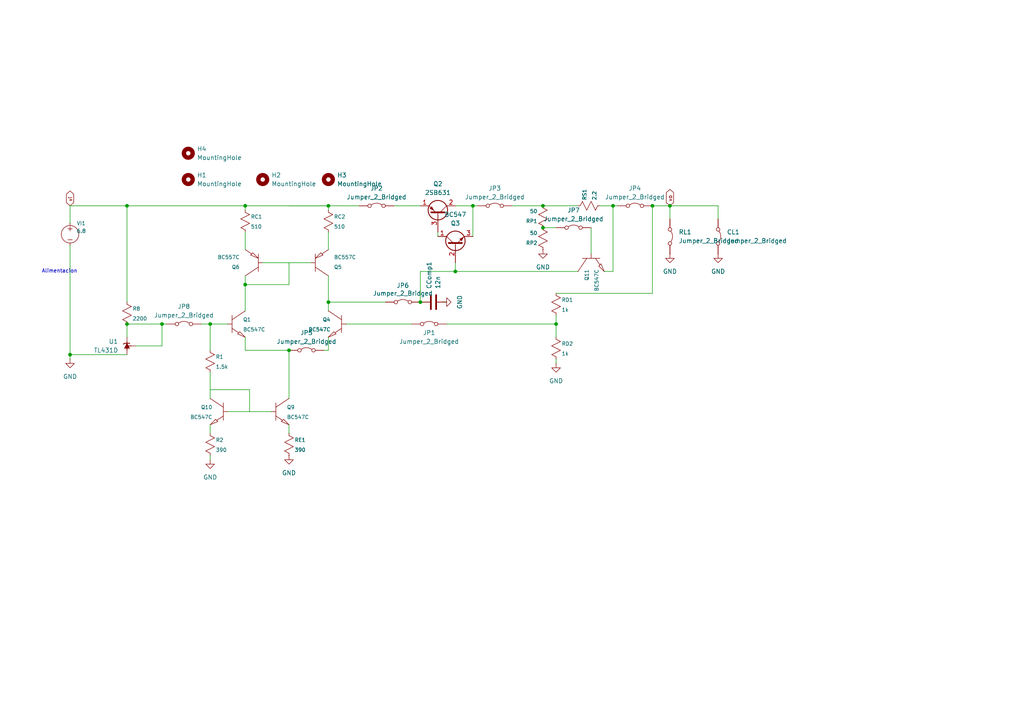
<source format=kicad_sch>
(kicad_sch
	(version 20231120)
	(generator "eeschema")
	(generator_version "8.0")
	(uuid "103f7a8f-be6d-4c1b-98f8-d46e7455db32")
	(paper "A4")
	(lib_symbols
		(symbol "Device:C"
			(pin_numbers hide)
			(pin_names
				(offset 0.254)
			)
			(exclude_from_sim no)
			(in_bom yes)
			(on_board yes)
			(property "Reference" "C"
				(at 0.635 2.54 0)
				(effects
					(font
						(size 1.27 1.27)
					)
					(justify left)
				)
			)
			(property "Value" "C"
				(at 0.635 -2.54 0)
				(effects
					(font
						(size 1.27 1.27)
					)
					(justify left)
				)
			)
			(property "Footprint" ""
				(at 0.9652 -3.81 0)
				(effects
					(font
						(size 1.27 1.27)
					)
					(hide yes)
				)
			)
			(property "Datasheet" "~"
				(at 0 0 0)
				(effects
					(font
						(size 1.27 1.27)
					)
					(hide yes)
				)
			)
			(property "Description" "Unpolarized capacitor"
				(at 0 0 0)
				(effects
					(font
						(size 1.27 1.27)
					)
					(hide yes)
				)
			)
			(property "ki_keywords" "cap capacitor"
				(at 0 0 0)
				(effects
					(font
						(size 1.27 1.27)
					)
					(hide yes)
				)
			)
			(property "ki_fp_filters" "C_*"
				(at 0 0 0)
				(effects
					(font
						(size 1.27 1.27)
					)
					(hide yes)
				)
			)
			(symbol "C_0_1"
				(polyline
					(pts
						(xy -2.032 -0.762) (xy 2.032 -0.762)
					)
					(stroke
						(width 0.508)
						(type default)
					)
					(fill
						(type none)
					)
				)
				(polyline
					(pts
						(xy -2.032 0.762) (xy 2.032 0.762)
					)
					(stroke
						(width 0.508)
						(type default)
					)
					(fill
						(type none)
					)
				)
			)
			(symbol "C_1_1"
				(pin passive line
					(at 0 3.81 270)
					(length 2.794)
					(name "~"
						(effects
							(font
								(size 1.27 1.27)
							)
						)
					)
					(number "1"
						(effects
							(font
								(size 1.27 1.27)
							)
						)
					)
				)
				(pin passive line
					(at 0 -3.81 90)
					(length 2.794)
					(name "~"
						(effects
							(font
								(size 1.27 1.27)
							)
						)
					)
					(number "2"
						(effects
							(font
								(size 1.27 1.27)
							)
						)
					)
				)
			)
		)
		(symbol "Jumper:Jumper_2_Bridged"
			(pin_numbers hide)
			(pin_names
				(offset 0) hide)
			(exclude_from_sim yes)
			(in_bom yes)
			(on_board yes)
			(property "Reference" "JP"
				(at 0 1.905 0)
				(effects
					(font
						(size 1.27 1.27)
					)
				)
			)
			(property "Value" "Jumper_2_Bridged"
				(at 0 -2.54 0)
				(effects
					(font
						(size 1.27 1.27)
					)
				)
			)
			(property "Footprint" ""
				(at 0 0 0)
				(effects
					(font
						(size 1.27 1.27)
					)
					(hide yes)
				)
			)
			(property "Datasheet" "~"
				(at 0 0 0)
				(effects
					(font
						(size 1.27 1.27)
					)
					(hide yes)
				)
			)
			(property "Description" "Jumper, 2-pole, closed/bridged"
				(at 0 0 0)
				(effects
					(font
						(size 1.27 1.27)
					)
					(hide yes)
				)
			)
			(property "ki_keywords" "Jumper SPST"
				(at 0 0 0)
				(effects
					(font
						(size 1.27 1.27)
					)
					(hide yes)
				)
			)
			(property "ki_fp_filters" "Jumper* TestPoint*2Pads* TestPoint*Bridge*"
				(at 0 0 0)
				(effects
					(font
						(size 1.27 1.27)
					)
					(hide yes)
				)
			)
			(symbol "Jumper_2_Bridged_0_0"
				(circle
					(center -2.032 0)
					(radius 0.508)
					(stroke
						(width 0)
						(type default)
					)
					(fill
						(type none)
					)
				)
				(circle
					(center 2.032 0)
					(radius 0.508)
					(stroke
						(width 0)
						(type default)
					)
					(fill
						(type none)
					)
				)
			)
			(symbol "Jumper_2_Bridged_0_1"
				(arc
					(start 1.524 0.254)
					(mid 0 0.762)
					(end -1.524 0.254)
					(stroke
						(width 0)
						(type default)
					)
					(fill
						(type none)
					)
				)
			)
			(symbol "Jumper_2_Bridged_1_1"
				(pin passive line
					(at -5.08 0 0)
					(length 2.54)
					(name "A"
						(effects
							(font
								(size 1.27 1.27)
							)
						)
					)
					(number "1"
						(effects
							(font
								(size 1.27 1.27)
							)
						)
					)
				)
				(pin passive line
					(at 5.08 0 180)
					(length 2.54)
					(name "B"
						(effects
							(font
								(size 1.27 1.27)
							)
						)
					)
					(number "2"
						(effects
							(font
								(size 1.27 1.27)
							)
						)
					)
				)
			)
		)
		(symbol "Mechanical:MountingHole"
			(pin_names
				(offset 1.016)
			)
			(exclude_from_sim yes)
			(in_bom no)
			(on_board yes)
			(property "Reference" "H"
				(at 0 5.08 0)
				(effects
					(font
						(size 1.27 1.27)
					)
				)
			)
			(property "Value" "MountingHole"
				(at 0 3.175 0)
				(effects
					(font
						(size 1.27 1.27)
					)
				)
			)
			(property "Footprint" ""
				(at 0 0 0)
				(effects
					(font
						(size 1.27 1.27)
					)
					(hide yes)
				)
			)
			(property "Datasheet" "~"
				(at 0 0 0)
				(effects
					(font
						(size 1.27 1.27)
					)
					(hide yes)
				)
			)
			(property "Description" "Mounting Hole without connection"
				(at 0 0 0)
				(effects
					(font
						(size 1.27 1.27)
					)
					(hide yes)
				)
			)
			(property "ki_keywords" "mounting hole"
				(at 0 0 0)
				(effects
					(font
						(size 1.27 1.27)
					)
					(hide yes)
				)
			)
			(property "ki_fp_filters" "MountingHole*"
				(at 0 0 0)
				(effects
					(font
						(size 1.27 1.27)
					)
					(hide yes)
				)
			)
			(symbol "MountingHole_0_1"
				(circle
					(center 0 0)
					(radius 1.27)
					(stroke
						(width 1.27)
						(type default)
					)
					(fill
						(type none)
					)
				)
			)
		)
		(symbol "Reference_Voltage:TL431D"
			(pin_numbers hide)
			(pin_names hide)
			(exclude_from_sim no)
			(in_bom yes)
			(on_board yes)
			(property "Reference" "U"
				(at 0 -2.54 0)
				(effects
					(font
						(size 1.27 1.27)
					)
				)
			)
			(property "Value" "TL431D"
				(at 0 -4.445 0)
				(effects
					(font
						(size 1.27 1.27)
					)
				)
			)
			(property "Footprint" "Package_SO:SOIC-8_3.9x4.9mm_P1.27mm"
				(at 0 -6.35 0)
				(effects
					(font
						(size 1.27 1.27)
						(italic yes)
					)
					(hide yes)
				)
			)
			(property "Datasheet" "http://www.ti.com/lit/ds/symlink/tl431.pdf"
				(at 0 0 0)
				(effects
					(font
						(size 1.27 1.27)
						(italic yes)
					)
					(hide yes)
				)
			)
			(property "Description" "Shunt Regulator, SO-8"
				(at 0 0 0)
				(effects
					(font
						(size 1.27 1.27)
					)
					(hide yes)
				)
			)
			(property "ki_keywords" "diode device shunt regulator"
				(at 0 0 0)
				(effects
					(font
						(size 1.27 1.27)
					)
					(hide yes)
				)
			)
			(property "ki_fp_filters" "SOIC?8*3.9x4.9mm*P1.27mm*"
				(at 0 0 0)
				(effects
					(font
						(size 1.27 1.27)
					)
					(hide yes)
				)
			)
			(symbol "TL431D_0_1"
				(polyline
					(pts
						(xy -1.27 0) (xy 0 0) (xy 1.27 0)
					)
					(stroke
						(width 0)
						(type default)
					)
					(fill
						(type none)
					)
				)
				(polyline
					(pts
						(xy -0.762 0.762) (xy 0.762 0) (xy -0.762 -0.762)
					)
					(stroke
						(width 0)
						(type default)
					)
					(fill
						(type outline)
					)
				)
				(polyline
					(pts
						(xy 0.508 -1.016) (xy 0.762 -0.762) (xy 0.762 0.762) (xy 0.762 0.762)
					)
					(stroke
						(width 0.254)
						(type default)
					)
					(fill
						(type none)
					)
				)
			)
			(symbol "TL431D_1_1"
				(polyline
					(pts
						(xy 0 1.27) (xy 0 0)
					)
					(stroke
						(width 0)
						(type default)
					)
					(fill
						(type none)
					)
				)
				(pin passive line
					(at 2.54 0 180)
					(length 2.54)
					(name "K"
						(effects
							(font
								(size 1.27 1.27)
							)
						)
					)
					(number "1"
						(effects
							(font
								(size 1.27 1.27)
							)
						)
					)
				)
				(pin passive line
					(at -2.54 0 0)
					(length 2.54)
					(name "A"
						(effects
							(font
								(size 1.27 1.27)
							)
						)
					)
					(number "2"
						(effects
							(font
								(size 1.27 1.27)
							)
						)
					)
				)
				(pin passive line
					(at -2.54 0 0)
					(length 2.54) hide
					(name "A"
						(effects
							(font
								(size 1.27 1.27)
							)
						)
					)
					(number "3"
						(effects
							(font
								(size 1.27 1.27)
							)
						)
					)
				)
				(pin passive line
					(at -2.54 0 0)
					(length 2.54) hide
					(name "A"
						(effects
							(font
								(size 1.27 1.27)
							)
						)
					)
					(number "6"
						(effects
							(font
								(size 1.27 1.27)
							)
						)
					)
				)
				(pin passive line
					(at -2.54 0 0)
					(length 2.54) hide
					(name "A"
						(effects
							(font
								(size 1.27 1.27)
							)
						)
					)
					(number "7"
						(effects
							(font
								(size 1.27 1.27)
							)
						)
					)
				)
				(pin passive line
					(at 0 2.54 270)
					(length 2.54)
					(name "REF"
						(effects
							(font
								(size 1.27 1.27)
							)
						)
					)
					(number "8"
						(effects
							(font
								(size 1.27 1.27)
							)
						)
					)
				)
			)
		)
		(symbol "Transistor_BJT:2SB631"
			(pin_names
				(offset 0) hide)
			(exclude_from_sim no)
			(in_bom yes)
			(on_board yes)
			(property "Reference" "Q"
				(at 5.08 1.905 0)
				(effects
					(font
						(size 1.27 1.27)
					)
					(justify left)
				)
			)
			(property "Value" "2SB631"
				(at 5.08 0 0)
				(effects
					(font
						(size 1.27 1.27)
					)
					(justify left)
				)
			)
			(property "Footprint" "Package_TO_SOT_THT:TO-126-3_Vertical"
				(at 5.08 -1.905 0)
				(effects
					(font
						(size 1.27 1.27)
						(italic yes)
					)
					(justify left)
					(hide yes)
				)
			)
			(property "Datasheet" "http://pdf.datasheetcatalog.com/datasheet/sanyo/ds_pdf_e/2SB631.pdf"
				(at 0 0 0)
				(effects
					(font
						(size 1.27 1.27)
					)
					(justify left)
					(hide yes)
				)
			)
			(property "Description" "-1A Ic, -100V Vce, High Voltage Power PNP Transistor, TO-126"
				(at 0 0 0)
				(effects
					(font
						(size 1.27 1.27)
					)
					(hide yes)
				)
			)
			(property "ki_keywords" "High Voltage Transistor"
				(at 0 0 0)
				(effects
					(font
						(size 1.27 1.27)
					)
					(hide yes)
				)
			)
			(property "ki_fp_filters" "TO?126*"
				(at 0 0 0)
				(effects
					(font
						(size 1.27 1.27)
					)
					(hide yes)
				)
			)
			(symbol "2SB631_0_1"
				(polyline
					(pts
						(xy 0 0) (xy 0.635 0)
					)
					(stroke
						(width 0)
						(type default)
					)
					(fill
						(type none)
					)
				)
				(polyline
					(pts
						(xy 2.54 -2.54) (xy 0.635 -0.635)
					)
					(stroke
						(width 0)
						(type default)
					)
					(fill
						(type none)
					)
				)
				(polyline
					(pts
						(xy 2.54 2.54) (xy 0.635 0.635)
					)
					(stroke
						(width 0)
						(type default)
					)
					(fill
						(type none)
					)
				)
				(polyline
					(pts
						(xy 0.635 1.905) (xy 0.635 -1.905) (xy 0.635 -1.905)
					)
					(stroke
						(width 0.508)
						(type default)
					)
					(fill
						(type outline)
					)
				)
				(polyline
					(pts
						(xy 1.778 -2.286) (xy 2.286 -1.778) (xy 1.27 -1.27) (xy 1.778 -2.286) (xy 1.778 -2.286)
					)
					(stroke
						(width 0)
						(type default)
					)
					(fill
						(type outline)
					)
				)
				(circle
					(center 1.27 0)
					(radius 2.8194)
					(stroke
						(width 0.254)
						(type default)
					)
					(fill
						(type none)
					)
				)
			)
			(symbol "2SB631_1_1"
				(pin passive line
					(at 2.54 -5.08 90)
					(length 2.54)
					(name "E"
						(effects
							(font
								(size 1.27 1.27)
							)
						)
					)
					(number "1"
						(effects
							(font
								(size 1.27 1.27)
							)
						)
					)
				)
				(pin passive line
					(at 2.54 5.08 270)
					(length 2.54)
					(name "C"
						(effects
							(font
								(size 1.27 1.27)
							)
						)
					)
					(number "2"
						(effects
							(font
								(size 1.27 1.27)
							)
						)
					)
				)
				(pin input line
					(at -5.08 0 0)
					(length 5.08)
					(name "B"
						(effects
							(font
								(size 1.27 1.27)
							)
						)
					)
					(number "3"
						(effects
							(font
								(size 1.27 1.27)
							)
						)
					)
				)
			)
		)
		(symbol "Transistor_BJT:BC547"
			(pin_names
				(offset 0) hide)
			(exclude_from_sim no)
			(in_bom yes)
			(on_board yes)
			(property "Reference" "Q"
				(at 5.08 1.905 0)
				(effects
					(font
						(size 1.27 1.27)
					)
					(justify left)
				)
			)
			(property "Value" "BC547"
				(at 5.08 0 0)
				(effects
					(font
						(size 1.27 1.27)
					)
					(justify left)
				)
			)
			(property "Footprint" "Package_TO_SOT_THT:TO-92_Inline"
				(at 5.08 -1.905 0)
				(effects
					(font
						(size 1.27 1.27)
						(italic yes)
					)
					(justify left)
					(hide yes)
				)
			)
			(property "Datasheet" "https://www.onsemi.com/pub/Collateral/BC550-D.pdf"
				(at 0 0 0)
				(effects
					(font
						(size 1.27 1.27)
					)
					(justify left)
					(hide yes)
				)
			)
			(property "Description" "0.1A Ic, 45V Vce, Small Signal NPN Transistor, TO-92"
				(at 0 0 0)
				(effects
					(font
						(size 1.27 1.27)
					)
					(hide yes)
				)
			)
			(property "ki_keywords" "NPN Transistor"
				(at 0 0 0)
				(effects
					(font
						(size 1.27 1.27)
					)
					(hide yes)
				)
			)
			(property "ki_fp_filters" "TO?92*"
				(at 0 0 0)
				(effects
					(font
						(size 1.27 1.27)
					)
					(hide yes)
				)
			)
			(symbol "BC547_0_1"
				(polyline
					(pts
						(xy 0 0) (xy 0.635 0)
					)
					(stroke
						(width 0)
						(type default)
					)
					(fill
						(type none)
					)
				)
				(polyline
					(pts
						(xy 0.635 0.635) (xy 2.54 2.54)
					)
					(stroke
						(width 0)
						(type default)
					)
					(fill
						(type none)
					)
				)
				(polyline
					(pts
						(xy 0.635 -0.635) (xy 2.54 -2.54) (xy 2.54 -2.54)
					)
					(stroke
						(width 0)
						(type default)
					)
					(fill
						(type none)
					)
				)
				(polyline
					(pts
						(xy 0.635 1.905) (xy 0.635 -1.905) (xy 0.635 -1.905)
					)
					(stroke
						(width 0.508)
						(type default)
					)
					(fill
						(type none)
					)
				)
				(polyline
					(pts
						(xy 1.27 -1.778) (xy 1.778 -1.27) (xy 2.286 -2.286) (xy 1.27 -1.778) (xy 1.27 -1.778)
					)
					(stroke
						(width 0)
						(type default)
					)
					(fill
						(type outline)
					)
				)
				(circle
					(center 1.27 0)
					(radius 2.8194)
					(stroke
						(width 0.254)
						(type default)
					)
					(fill
						(type none)
					)
				)
			)
			(symbol "BC547_1_1"
				(pin passive line
					(at 2.54 5.08 270)
					(length 2.54)
					(name "C"
						(effects
							(font
								(size 1.27 1.27)
							)
						)
					)
					(number "1"
						(effects
							(font
								(size 1.27 1.27)
							)
						)
					)
				)
				(pin input line
					(at -5.08 0 0)
					(length 5.08)
					(name "B"
						(effects
							(font
								(size 1.27 1.27)
							)
						)
					)
					(number "2"
						(effects
							(font
								(size 1.27 1.27)
							)
						)
					)
				)
				(pin passive line
					(at 2.54 -5.08 90)
					(length 2.54)
					(name "E"
						(effects
							(font
								(size 1.27 1.27)
							)
						)
					)
					(number "3"
						(effects
							(font
								(size 1.27 1.27)
							)
						)
					)
				)
			)
		)
		(symbol "ltspice:npn"
			(pin_numbers hide)
			(exclude_from_sim no)
			(in_bom yes)
			(on_board yes)
			(property "Reference" ""
				(at 0 0 0)
				(effects
					(font
						(size 1.27 1.27)
					)
				)
			)
			(property "Value" ""
				(at 0 0 0)
				(effects
					(font
						(size 1.27 1.27)
					)
				)
			)
			(property "Footprint" ""
				(at 0 0 0)
				(effects
					(font
						(size 1.27 1.27)
					)
					(hide yes)
				)
			)
			(property "Datasheet" ""
				(at 0 0 0)
				(effects
					(font
						(size 1.27 1.27)
					)
					(hide yes)
				)
			)
			(property "Description" ""
				(at 0 0 0)
				(effects
					(font
						(size 1.27 1.27)
					)
					(hide yes)
				)
			)
			(symbol "npn_0_0"
				(polyline
					(pts
						(xy 0 -3.81) (xy 1.27 -3.81)
					)
					(stroke
						(width 0.1524)
						(type solid)
					)
					(fill
						(type none)
					)
				)
				(polyline
					(pts
						(xy 1.27 -5.08) (xy 3.175 -6.35)
					)
					(stroke
						(width 0.1524)
						(type solid)
					)
					(fill
						(type none)
					)
				)
				(polyline
					(pts
						(xy 1.27 -1.27) (xy 1.27 -6.35)
					)
					(stroke
						(width 0.1524)
						(type solid)
					)
					(fill
						(type none)
					)
				)
				(polyline
					(pts
						(xy 2.8702 -6.6802) (xy 3.5052 -6.0452)
					)
					(stroke
						(width 0.1524)
						(type solid)
					)
					(fill
						(type none)
					)
				)
				(polyline
					(pts
						(xy 2.8702 -6.6802) (xy 5.08 -7.62)
					)
					(stroke
						(width 0.1524)
						(type solid)
					)
					(fill
						(type none)
					)
				)
				(polyline
					(pts
						(xy 3.5052 -6.0452) (xy 5.08 -7.62)
					)
					(stroke
						(width 0.1524)
						(type solid)
					)
					(fill
						(type none)
					)
				)
				(polyline
					(pts
						(xy 5.08 0) (xy 1.27 -2.54)
					)
					(stroke
						(width 0.1524)
						(type solid)
					)
					(fill
						(type none)
					)
				)
				(pin passive line
					(at 5.08 0 0)
					(length 0.0005)
					(name "C"
						(effects
							(font
								(size 0 0)
							)
						)
					)
					(number "1"
						(effects
							(font
								(size 1.27 1.27)
							)
						)
					)
				)
				(pin passive line
					(at 0 -3.81 0)
					(length 0.0005)
					(name "B"
						(effects
							(font
								(size 0 0)
							)
						)
					)
					(number "2"
						(effects
							(font
								(size 1.27 1.27)
							)
						)
					)
				)
				(pin passive line
					(at 5.08 -7.62 0)
					(length 0.0005)
					(name "E"
						(effects
							(font
								(size 0 0)
							)
						)
					)
					(number "3"
						(effects
							(font
								(size 1.27 1.27)
							)
						)
					)
				)
			)
		)
		(symbol "ltspice:pnp"
			(pin_numbers hide)
			(exclude_from_sim no)
			(in_bom yes)
			(on_board yes)
			(property "Reference" ""
				(at 0 0 0)
				(effects
					(font
						(size 1.27 1.27)
					)
				)
			)
			(property "Value" ""
				(at 0 0 0)
				(effects
					(font
						(size 1.27 1.27)
					)
				)
			)
			(property "Footprint" ""
				(at 0 0 0)
				(effects
					(font
						(size 1.27 1.27)
					)
					(hide yes)
				)
			)
			(property "Datasheet" ""
				(at 0 0 0)
				(effects
					(font
						(size 1.27 1.27)
					)
					(hide yes)
				)
			)
			(property "Description" ""
				(at 0 0 0)
				(effects
					(font
						(size 1.27 1.27)
					)
					(hide yes)
				)
			)
			(symbol "pnp_0_0"
				(polyline
					(pts
						(xy 0 -3.81) (xy 1.27 -3.81)
					)
					(stroke
						(width 0.1524)
						(type solid)
					)
					(fill
						(type none)
					)
				)
				(polyline
					(pts
						(xy 1.27 -1.27) (xy 1.27 -6.35)
					)
					(stroke
						(width 0.1524)
						(type solid)
					)
					(fill
						(type none)
					)
				)
				(polyline
					(pts
						(xy 2.8702 -6.6802) (xy 1.27 -5.08)
					)
					(stroke
						(width 0.1524)
						(type solid)
					)
					(fill
						(type none)
					)
				)
				(polyline
					(pts
						(xy 2.8702 -6.6802) (xy 3.5052 -6.0452)
					)
					(stroke
						(width 0.1524)
						(type solid)
					)
					(fill
						(type none)
					)
				)
				(polyline
					(pts
						(xy 3.5052 -6.0452) (xy 1.27 -5.08)
					)
					(stroke
						(width 0.1524)
						(type solid)
					)
					(fill
						(type none)
					)
				)
				(polyline
					(pts
						(xy 5.08 -7.62) (xy 3.175 -6.35)
					)
					(stroke
						(width 0.1524)
						(type solid)
					)
					(fill
						(type none)
					)
				)
				(polyline
					(pts
						(xy 5.08 0) (xy 1.27 -2.54)
					)
					(stroke
						(width 0.1524)
						(type solid)
					)
					(fill
						(type none)
					)
				)
				(pin passive line
					(at 5.08 0 0)
					(length 0.0005)
					(name "C"
						(effects
							(font
								(size 0 0)
							)
						)
					)
					(number "1"
						(effects
							(font
								(size 1.27 1.27)
							)
						)
					)
				)
				(pin passive line
					(at 0 -3.81 0)
					(length 0.0005)
					(name "B"
						(effects
							(font
								(size 0 0)
							)
						)
					)
					(number "2"
						(effects
							(font
								(size 1.27 1.27)
							)
						)
					)
				)
				(pin passive line
					(at 5.08 -7.62 0)
					(length 0.0005)
					(name "E"
						(effects
							(font
								(size 0 0)
							)
						)
					)
					(number "3"
						(effects
							(font
								(size 1.27 1.27)
							)
						)
					)
				)
			)
		)
		(symbol "ltspice:res"
			(pin_numbers hide)
			(exclude_from_sim no)
			(in_bom yes)
			(on_board yes)
			(property "Reference" ""
				(at 0 0 0)
				(effects
					(font
						(size 1.27 1.27)
					)
				)
			)
			(property "Value" ""
				(at 0 0 0)
				(effects
					(font
						(size 1.27 1.27)
					)
				)
			)
			(property "Footprint" ""
				(at 0 0 0)
				(effects
					(font
						(size 1.27 1.27)
					)
					(hide yes)
				)
			)
			(property "Datasheet" ""
				(at 0 0 0)
				(effects
					(font
						(size 1.27 1.27)
					)
					(hide yes)
				)
			)
			(property "Description" ""
				(at 0 0 0)
				(effects
					(font
						(size 1.27 1.27)
					)
					(hide yes)
				)
			)
			(symbol "res_0_0"
				(polyline
					(pts
						(xy 0 -6.35) (xy 2.54 -5.08)
					)
					(stroke
						(width 0.1524)
						(type solid)
					)
					(fill
						(type none)
					)
				)
				(polyline
					(pts
						(xy 0 -3.81) (xy 2.54 -2.54)
					)
					(stroke
						(width 0.1524)
						(type solid)
					)
					(fill
						(type none)
					)
				)
				(polyline
					(pts
						(xy 1.27 -7.62) (xy 1.27 -6.985)
					)
					(stroke
						(width 0.1524)
						(type solid)
					)
					(fill
						(type none)
					)
				)
				(polyline
					(pts
						(xy 1.27 -6.985) (xy 0 -6.35)
					)
					(stroke
						(width 0.1524)
						(type solid)
					)
					(fill
						(type none)
					)
				)
				(polyline
					(pts
						(xy 1.27 -1.905) (xy 1.27 -1.27)
					)
					(stroke
						(width 0.1524)
						(type solid)
					)
					(fill
						(type none)
					)
				)
				(polyline
					(pts
						(xy 2.54 -5.08) (xy 0 -3.81)
					)
					(stroke
						(width 0.1524)
						(type solid)
					)
					(fill
						(type none)
					)
				)
				(polyline
					(pts
						(xy 2.54 -2.54) (xy 1.27 -1.905)
					)
					(stroke
						(width 0.1524)
						(type solid)
					)
					(fill
						(type none)
					)
				)
				(pin passive line
					(at 1.27 -1.27 0)
					(length 0.0005)
					(name ""
						(effects
							(font
								(size 1.27 1.27)
							)
						)
					)
					(number "1"
						(effects
							(font
								(size 1.27 1.27)
							)
						)
					)
				)
				(pin passive line
					(at 1.27 -7.62 0)
					(length 0.0005)
					(name ""
						(effects
							(font
								(size 1.27 1.27)
							)
						)
					)
					(number "2"
						(effects
							(font
								(size 1.27 1.27)
							)
						)
					)
				)
			)
		)
		(symbol "ltspice:voltage"
			(pin_numbers hide)
			(exclude_from_sim no)
			(in_bom yes)
			(on_board yes)
			(property "Reference" ""
				(at 0 0 0)
				(effects
					(font
						(size 1.27 1.27)
					)
				)
			)
			(property "Value" ""
				(at 0 0 0)
				(effects
					(font
						(size 1.27 1.27)
					)
				)
			)
			(property "Footprint" ""
				(at 0 0 0)
				(effects
					(font
						(size 1.27 1.27)
					)
					(hide yes)
				)
			)
			(property "Datasheet" ""
				(at 0 0 0)
				(effects
					(font
						(size 1.27 1.27)
					)
					(hide yes)
				)
			)
			(property "Description" ""
				(at 0 0 0)
				(effects
					(font
						(size 1.27 1.27)
					)
					(hide yes)
				)
			)
			(symbol "voltage_0_0"
				(circle
					(center 0 -4.445)
					(radius 2.54)
					(stroke
						(width 0.1524)
						(type solid)
					)
					(fill
						(type none)
					)
				)
				(polyline
					(pts
						(xy 0 -6.985) (xy 0 -7.62)
					)
					(stroke
						(width 0.1524)
						(type solid)
					)
					(fill
						(type none)
					)
				)
				(polyline
					(pts
						(xy 0 -3.5052) (xy 0 -2.2352)
					)
					(stroke
						(width 0.1524)
						(type solid)
					)
					(fill
						(type none)
					)
				)
				(polyline
					(pts
						(xy 0 -1.905) (xy 0 -1.27)
					)
					(stroke
						(width 0.1524)
						(type solid)
					)
					(fill
						(type none)
					)
				)
				(polyline
					(pts
						(xy 0.635 -6.0452) (xy -0.635 -6.0452)
					)
					(stroke
						(width 0.1524)
						(type solid)
					)
					(fill
						(type none)
					)
				)
				(polyline
					(pts
						(xy 0.635 -2.8702) (xy -0.635 -2.8702)
					)
					(stroke
						(width 0.1524)
						(type solid)
					)
					(fill
						(type none)
					)
				)
				(pin passive line
					(at 0 -1.27 0)
					(length 0.0005)
					(name "+"
						(effects
							(font
								(size 0 0)
							)
						)
					)
					(number "1"
						(effects
							(font
								(size 1.27 1.27)
							)
						)
					)
				)
				(pin passive line
					(at 0 -7.62 0)
					(length 0.0005)
					(name "-"
						(effects
							(font
								(size 0 0)
							)
						)
					)
					(number "2"
						(effects
							(font
								(size 1.27 1.27)
							)
						)
					)
				)
			)
		)
		(symbol "power:GND"
			(power)
			(pin_numbers hide)
			(pin_names
				(offset 0) hide)
			(exclude_from_sim no)
			(in_bom yes)
			(on_board yes)
			(property "Reference" "#PWR"
				(at 0 -6.35 0)
				(effects
					(font
						(size 1.27 1.27)
					)
					(hide yes)
				)
			)
			(property "Value" "GND"
				(at 0 -3.81 0)
				(effects
					(font
						(size 1.27 1.27)
					)
				)
			)
			(property "Footprint" ""
				(at 0 0 0)
				(effects
					(font
						(size 1.27 1.27)
					)
					(hide yes)
				)
			)
			(property "Datasheet" ""
				(at 0 0 0)
				(effects
					(font
						(size 1.27 1.27)
					)
					(hide yes)
				)
			)
			(property "Description" "Power symbol creates a global label with name \"GND\" , ground"
				(at 0 0 0)
				(effects
					(font
						(size 1.27 1.27)
					)
					(hide yes)
				)
			)
			(property "ki_keywords" "global power"
				(at 0 0 0)
				(effects
					(font
						(size 1.27 1.27)
					)
					(hide yes)
				)
			)
			(symbol "GND_0_1"
				(polyline
					(pts
						(xy 0 0) (xy 0 -1.27) (xy 1.27 -1.27) (xy 0 -2.54) (xy -1.27 -1.27) (xy 0 -1.27)
					)
					(stroke
						(width 0)
						(type default)
					)
					(fill
						(type none)
					)
				)
			)
			(symbol "GND_1_1"
				(pin power_in line
					(at 0 0 270)
					(length 0)
					(name "~"
						(effects
							(font
								(size 1.27 1.27)
							)
						)
					)
					(number "1"
						(effects
							(font
								(size 1.27 1.27)
							)
						)
					)
				)
			)
		)
	)
	(junction
		(at 121.92 87.63)
		(diameter 0)
		(color 0 0 0 0)
		(uuid "070a9ff7-0b2f-42c8-884c-d34fa0180654")
	)
	(junction
		(at 177.8 59.69)
		(diameter 0)
		(color 0 0 0 0)
		(uuid "13797a6a-bcd0-4cfc-861d-c650c24723e0")
	)
	(junction
		(at 95.25 87.63)
		(diameter 0)
		(color 0 0 0 0)
		(uuid "163ce4da-12c2-4e94-866f-b7fe627c561e")
	)
	(junction
		(at 137.16 59.69)
		(diameter 0)
		(color 0 0 0 0)
		(uuid "20de9c36-f182-4de9-b49e-3ce36d08c679")
	)
	(junction
		(at 194.31 59.69)
		(diameter 0)
		(color 0 0 0 0)
		(uuid "4da065df-cd60-4cec-9cea-2113b00e86c5")
	)
	(junction
		(at 189.23 59.69)
		(diameter 0)
		(color 0 0 0 0)
		(uuid "50f5e366-a3fb-41e0-8da6-e2618e3c5e82")
	)
	(junction
		(at 20.32 102.87)
		(diameter 0)
		(color 0 0 0 0)
		(uuid "52672c22-cdb5-4a75-94db-5def5fa60cc3")
	)
	(junction
		(at 132.08 78.74)
		(diameter 0)
		(color 0 0 0 0)
		(uuid "7b78ba8b-ecbe-4156-9a68-c0133287fb06")
	)
	(junction
		(at 36.83 93.98)
		(diameter 0)
		(color 0 0 0 0)
		(uuid "8df00205-72c1-43f8-9652-20039e483a0c")
	)
	(junction
		(at 36.83 59.69)
		(diameter 0)
		(color 0 0 0 0)
		(uuid "942b6a55-83a4-4ca7-9a13-608356b4144b")
	)
	(junction
		(at 83.82 101.6)
		(diameter 0)
		(color 0 0 0 0)
		(uuid "a5470213-9bc0-406e-a069-a27d924543ac")
	)
	(junction
		(at 46.99 93.98)
		(diameter 0)
		(color 0 0 0 0)
		(uuid "ac276754-edd9-49d1-baa5-a1d8943a088b")
	)
	(junction
		(at 157.48 66.04)
		(diameter 0)
		(color 0 0 0 0)
		(uuid "b92d5023-7a73-484c-be31-ea67f7a8cdb2")
	)
	(junction
		(at 161.29 93.98)
		(diameter 0)
		(color 0 0 0 0)
		(uuid "bf5c3eb2-25f7-44b7-9fba-8d7309f5fb2a")
	)
	(junction
		(at 71.12 59.69)
		(diameter 0)
		(color 0 0 0 0)
		(uuid "c9ccf866-ae0a-4321-b7d8-a359825aaf6d")
	)
	(junction
		(at 95.25 59.69)
		(diameter 0)
		(color 0 0 0 0)
		(uuid "cb544d27-d6f7-4995-8ed1-757197d03d60")
	)
	(junction
		(at 71.12 82.55)
		(diameter 0)
		(color 0 0 0 0)
		(uuid "cf948cad-f119-438a-8db9-3e4e64ffd669")
	)
	(junction
		(at 60.96 93.98)
		(diameter 0)
		(color 0 0 0 0)
		(uuid "eaf6ffc9-e20e-41b0-8d76-f21b2936c0a9")
	)
	(junction
		(at 157.48 59.69)
		(diameter 0)
		(color 0 0 0 0)
		(uuid "ef319922-954b-473d-8f1e-62c75be86421")
	)
	(wire
		(pts
			(xy 71.12 72.39) (xy 71.12 67.31)
		)
		(stroke
			(width 0.1524)
			(type solid)
		)
		(uuid "034e9ac4-d6c5-4808-8785-2376b96d8cc5")
	)
	(wire
		(pts
			(xy 39.37 100.33) (xy 46.99 100.33)
		)
		(stroke
			(width 0)
			(type default)
		)
		(uuid "0633ea88-2c6e-4891-a047-a1329e5deb7c")
	)
	(wire
		(pts
			(xy 72.39 113.03) (xy 60.96 113.03)
		)
		(stroke
			(width 0.1524)
			(type solid)
		)
		(uuid "0918a201-cda5-4f0b-b0e6-42cae3d0fac1")
	)
	(wire
		(pts
			(xy 60.96 101.6) (xy 60.96 93.98)
		)
		(stroke
			(width 0.1524)
			(type solid)
		)
		(uuid "0c413d32-bafe-4539-8bb2-cdb741e6e5a1")
	)
	(wire
		(pts
			(xy 175.26 78.74) (xy 177.8 78.74)
		)
		(stroke
			(width 0)
			(type default)
		)
		(uuid "0ce69ab4-30f9-4685-94d9-29e388addda7")
	)
	(wire
		(pts
			(xy 36.83 59.69) (xy 36.83 87.63)
		)
		(stroke
			(width 0)
			(type default)
		)
		(uuid "0e083206-e806-4726-99bc-04c65861397c")
	)
	(wire
		(pts
			(xy 95.25 101.6) (xy 95.25 97.79)
		)
		(stroke
			(width 0.1524)
			(type solid)
		)
		(uuid "1911ff6a-1f09-4575-8137-82d79f6b0b8d")
	)
	(wire
		(pts
			(xy 95.25 87.63) (xy 95.25 90.17)
		)
		(stroke
			(width 0.1524)
			(type solid)
		)
		(uuid "19eb5aa0-36aa-4d6c-93da-70dfed75ed62")
	)
	(wire
		(pts
			(xy 127 67.31) (xy 127 68.58)
		)
		(stroke
			(width 0)
			(type default)
		)
		(uuid "1d349318-713a-43ad-9ecf-0681abc8743a")
	)
	(wire
		(pts
			(xy 83.82 101.6) (xy 83.82 115.57)
		)
		(stroke
			(width 0)
			(type default)
		)
		(uuid "244fbee1-37ae-4ff6-85bb-cedc70198619")
	)
	(wire
		(pts
			(xy 95.25 87.63) (xy 111.76 87.63)
		)
		(stroke
			(width 0)
			(type default)
		)
		(uuid "294341b1-ca96-479d-94e2-601e49de8a0e")
	)
	(wire
		(pts
			(xy 71.12 80.01) (xy 71.12 82.55)
		)
		(stroke
			(width 0.1524)
			(type solid)
		)
		(uuid "2ae6e7a5-74ed-485a-b8b9-13578e746d2d")
	)
	(wire
		(pts
			(xy 71.12 59.69) (xy 36.83 59.69)
		)
		(stroke
			(width 0.1524)
			(type solid)
		)
		(uuid "2c20b603-b83d-4ed6-8a94-a08ac6df99d0")
	)
	(wire
		(pts
			(xy 157.48 66.04) (xy 161.29 66.04)
		)
		(stroke
			(width 0)
			(type default)
		)
		(uuid "2df29d0f-7911-4b74-ac4a-03812bff208c")
	)
	(wire
		(pts
			(xy 114.3 59.69) (xy 121.92 59.69)
		)
		(stroke
			(width 0.1524)
			(type solid)
		)
		(uuid "304bd355-5337-4352-aa2b-d6a0f193f624")
	)
	(wire
		(pts
			(xy 46.99 93.98) (xy 36.83 93.98)
		)
		(stroke
			(width 0.1524)
			(type solid)
		)
		(uuid "3234e638-f516-4ce9-82ea-412e6df36b62")
	)
	(wire
		(pts
			(xy 20.32 64.77) (xy 20.32 59.69)
		)
		(stroke
			(width 0.1524)
			(type solid)
		)
		(uuid "3301ba3d-b418-48df-bb1c-adfebf7fbfc7")
	)
	(wire
		(pts
			(xy 83.82 76.2) (xy 76.2 76.2)
		)
		(stroke
			(width 0.1524)
			(type solid)
		)
		(uuid "338ba1d2-0b10-4130-8318-b4dea51880b1")
	)
	(wire
		(pts
			(xy 173.99 59.69) (xy 177.8 59.69)
		)
		(stroke
			(width 0)
			(type default)
		)
		(uuid "34ea20de-e253-4dbf-8c54-0508ae3d7cce")
	)
	(wire
		(pts
			(xy 132.08 78.74) (xy 167.64 78.74)
		)
		(stroke
			(width 0)
			(type default)
		)
		(uuid "3582d04f-bc82-47eb-9bd4-74d3121518d3")
	)
	(wire
		(pts
			(xy 95.25 80.01) (xy 95.25 87.63)
		)
		(stroke
			(width 0.1524)
			(type solid)
		)
		(uuid "3663d67a-e437-42b9-9c4b-b3f108c8331d")
	)
	(wire
		(pts
			(xy 194.31 59.69) (xy 208.28 59.69)
		)
		(stroke
			(width 0)
			(type default)
		)
		(uuid "37581a7f-035c-45da-a85c-2360149cddb6")
	)
	(wire
		(pts
			(xy 121.92 78.74) (xy 121.92 87.63)
		)
		(stroke
			(width 0)
			(type default)
		)
		(uuid "40ef4032-c468-478e-883c-2157a094a680")
	)
	(wire
		(pts
			(xy 60.96 113.03) (xy 60.96 107.95)
		)
		(stroke
			(width 0.1524)
			(type solid)
		)
		(uuid "43dcafdf-88c0-44b9-a10c-e9672cfe1b33")
	)
	(wire
		(pts
			(xy 72.39 119.38) (xy 66.04 119.38)
		)
		(stroke
			(width 0.1524)
			(type solid)
		)
		(uuid "455ac89d-8366-4c5d-b258-052b72f05566")
	)
	(wire
		(pts
			(xy 161.29 105.41) (xy 161.29 104.14)
		)
		(stroke
			(width 0.1524)
			(type solid)
		)
		(uuid "45eb06df-dfac-4101-8f8e-e605287f19a2")
	)
	(wire
		(pts
			(xy 137.16 59.69) (xy 137.16 68.58)
		)
		(stroke
			(width 0)
			(type default)
		)
		(uuid "47be61fb-7e18-4d9f-906e-1df732364e4c")
	)
	(wire
		(pts
			(xy 60.96 115.57) (xy 60.96 113.03)
		)
		(stroke
			(width 0.1524)
			(type solid)
		)
		(uuid "4893c170-9491-42c6-b146-206894981cc5")
	)
	(wire
		(pts
			(xy 161.29 85.09) (xy 189.23 85.09)
		)
		(stroke
			(width 0)
			(type default)
		)
		(uuid "4bfdcd89-5fa7-494d-9c7c-ceaa04b341b5")
	)
	(wire
		(pts
			(xy 71.12 82.55) (xy 83.82 82.55)
		)
		(stroke
			(width 0.1524)
			(type solid)
		)
		(uuid "4f50ed99-cb5b-4ea7-9aa6-8dfbdf89ce38")
	)
	(wire
		(pts
			(xy 66.04 93.98) (xy 60.96 93.98)
		)
		(stroke
			(width 0.1524)
			(type solid)
		)
		(uuid "505c8ed2-c9ec-4b66-adc4-2de7da9bcadd")
	)
	(wire
		(pts
			(xy 171.45 73.66) (xy 171.45 66.04)
		)
		(stroke
			(width 0)
			(type default)
		)
		(uuid "54d85650-8c19-44ca-8a9a-d19a9b432da7")
	)
	(wire
		(pts
			(xy 95.25 60.96) (xy 95.25 59.69)
		)
		(stroke
			(width 0.1524)
			(type solid)
		)
		(uuid "586f5e9b-c633-46bb-b1d2-e410da02d1bf")
	)
	(wire
		(pts
			(xy 36.83 59.69) (xy 20.32 59.69)
		)
		(stroke
			(width 0.1524)
			(type solid)
		)
		(uuid "589c0661-7f89-4ca5-949c-75a9eb86cff8")
	)
	(wire
		(pts
			(xy 83.82 101.6) (xy 71.12 101.6)
		)
		(stroke
			(width 0.1524)
			(type solid)
		)
		(uuid "59c57915-aeab-415b-861c-5ff2ddc5e31c")
	)
	(wire
		(pts
			(xy 83.82 82.55) (xy 83.82 76.2)
		)
		(stroke
			(width 0.1524)
			(type solid)
		)
		(uuid "693fc7a2-24a9-44c1-98b2-500de0c417c4")
	)
	(wire
		(pts
			(xy 132.08 59.69) (xy 137.16 59.69)
		)
		(stroke
			(width 0)
			(type default)
		)
		(uuid "69dce53d-9197-4015-82d2-033f095580c1")
	)
	(wire
		(pts
			(xy 194.31 59.69) (xy 189.23 59.69)
		)
		(stroke
			(width 0.1524)
			(type solid)
		)
		(uuid "6b47590d-0aa5-4805-8304-0ed1b4109512")
	)
	(wire
		(pts
			(xy 46.99 100.33) (xy 46.99 93.98)
		)
		(stroke
			(width 0)
			(type default)
		)
		(uuid "6bbfe332-bcc9-4c38-b037-637ddeffe71f")
	)
	(wire
		(pts
			(xy 90.17 76.2) (xy 83.82 76.2)
		)
		(stroke
			(width 0.1524)
			(type solid)
		)
		(uuid "6f57a480-bc10-4cb3-87a4-20d89115cfbf")
	)
	(wire
		(pts
			(xy 83.82 125.73) (xy 83.82 123.19)
		)
		(stroke
			(width 0.1524)
			(type solid)
		)
		(uuid "755ebc88-019b-41e4-9c96-816835b37e25")
	)
	(wire
		(pts
			(xy 100.33 93.98) (xy 119.38 93.98)
		)
		(stroke
			(width 0.1524)
			(type solid)
		)
		(uuid "7d2da6ed-0bb7-4930-892e-87d8934bccd9")
	)
	(wire
		(pts
			(xy 95.25 101.6) (xy 93.98 101.6)
		)
		(stroke
			(width 0.1524)
			(type solid)
		)
		(uuid "835a60b5-3016-47d0-a2a2-e1b85b54bb16")
	)
	(wire
		(pts
			(xy 20.32 104.14) (xy 20.32 102.87)
		)
		(stroke
			(width 0.1524)
			(type solid)
		)
		(uuid "8871e696-45d4-4f7e-a7b8-90245203dd0f")
	)
	(wire
		(pts
			(xy 128.27 87.63) (xy 129.54 87.63)
		)
		(stroke
			(width 0)
			(type default)
		)
		(uuid "88dc5183-49c7-4ad1-a838-4c4bebb60644")
	)
	(wire
		(pts
			(xy 208.28 59.69) (xy 208.28 63.5)
		)
		(stroke
			(width 0)
			(type default)
		)
		(uuid "8a2e2048-9ead-45a9-95e5-52a5e0720b11")
	)
	(wire
		(pts
			(xy 95.25 59.69) (xy 104.14 59.69)
		)
		(stroke
			(width 0)
			(type default)
		)
		(uuid "8f53e40f-82cd-460a-baa3-8734a047b576")
	)
	(wire
		(pts
			(xy 78.74 119.38) (xy 72.39 119.38)
		)
		(stroke
			(width 0.1524)
			(type solid)
		)
		(uuid "a84e472f-21d7-461f-beb4-dd77b9162271")
	)
	(wire
		(pts
			(xy 177.8 59.69) (xy 179.07 59.69)
		)
		(stroke
			(width 0)
			(type default)
		)
		(uuid "a8ba51fe-8043-4498-8cf0-26b05d2ec5e7")
	)
	(wire
		(pts
			(xy 46.99 93.98) (xy 48.26 93.98)
		)
		(stroke
			(width 0)
			(type default)
		)
		(uuid "a8d57414-27e6-430a-af1d-23ef802a7973")
	)
	(wire
		(pts
			(xy 137.16 59.69) (xy 138.43 59.69)
		)
		(stroke
			(width 0)
			(type default)
		)
		(uuid "aabb8b43-21e5-46fb-9ea6-f1a1644922d7")
	)
	(wire
		(pts
			(xy 58.42 93.98) (xy 60.96 93.98)
		)
		(stroke
			(width 0)
			(type default)
		)
		(uuid "b0affa01-0138-4d79-8b8a-533cf009dc56")
	)
	(wire
		(pts
			(xy 161.29 97.79) (xy 161.29 93.98)
		)
		(stroke
			(width 0.1524)
			(type solid)
		)
		(uuid "b280032e-3546-4bee-b16d-6c46b222d905")
	)
	(wire
		(pts
			(xy 20.32 102.87) (xy 36.83 102.87)
		)
		(stroke
			(width 0)
			(type default)
		)
		(uuid "b4b22f40-bb4b-4eeb-9132-5ef395b6dbba")
	)
	(wire
		(pts
			(xy 83.82 59.69) (xy 95.25 59.69)
		)
		(stroke
			(width 0)
			(type default)
		)
		(uuid "badb1413-ab0e-4e14-a7ca-9e936dcf19a6")
	)
	(wire
		(pts
			(xy 71.12 82.55) (xy 71.12 90.17)
		)
		(stroke
			(width 0.1524)
			(type solid)
		)
		(uuid "bd9d5eb9-f6ce-4cc1-8ea9-b67a8470cf1b")
	)
	(wire
		(pts
			(xy 167.64 59.69) (xy 157.48 59.69)
		)
		(stroke
			(width 0.1524)
			(type solid)
		)
		(uuid "be19afa0-a7d0-4240-8b63-165986dc7c98")
	)
	(wire
		(pts
			(xy 71.12 101.6) (xy 71.12 97.79)
		)
		(stroke
			(width 0.1524)
			(type solid)
		)
		(uuid "be56f0c0-e273-45b8-b17d-8fd378a21691")
	)
	(wire
		(pts
			(xy 72.39 119.38) (xy 72.39 113.03)
		)
		(stroke
			(width 0.1524)
			(type solid)
		)
		(uuid "ca16abdc-89df-4013-ba25-6d3dc3256854")
	)
	(wire
		(pts
			(xy 161.29 93.98) (xy 129.54 93.98)
		)
		(stroke
			(width 0.1524)
			(type solid)
		)
		(uuid "cbdf9b76-74d4-49ab-8d51-28477255f00e")
	)
	(wire
		(pts
			(xy 36.83 93.98) (xy 36.83 97.79)
		)
		(stroke
			(width 0)
			(type default)
		)
		(uuid "cc0507c9-32ce-41ab-ad1b-46c2b21787e0")
	)
	(wire
		(pts
			(xy 177.8 78.74) (xy 177.8 59.69)
		)
		(stroke
			(width 0)
			(type default)
		)
		(uuid "d1279f3e-553e-497c-8d38-f3cd577392f2")
	)
	(wire
		(pts
			(xy 121.92 78.74) (xy 132.08 78.74)
		)
		(stroke
			(width 0)
			(type default)
		)
		(uuid "d7684bb1-b848-4b20-acb5-c05cf2132ddd")
	)
	(wire
		(pts
			(xy 95.25 72.39) (xy 95.25 67.31)
		)
		(stroke
			(width 0.1524)
			(type solid)
		)
		(uuid "dc40608b-02cb-48ce-be2d-14c7f2f0d654")
	)
	(wire
		(pts
			(xy 194.31 63.5) (xy 194.31 59.69)
		)
		(stroke
			(width 0.1524)
			(type solid)
		)
		(uuid "e2cf3bc3-a5a4-4792-99d4-413eff1a399f")
	)
	(wire
		(pts
			(xy 60.96 133.35) (xy 60.96 132.08)
		)
		(stroke
			(width 0.1524)
			(type solid)
		)
		(uuid "e405e4f2-8310-4822-99e9-16bbc3d48487")
	)
	(wire
		(pts
			(xy 132.08 76.2) (xy 132.08 78.74)
		)
		(stroke
			(width 0)
			(type default)
		)
		(uuid "e536b9c6-398c-4ff2-9797-287f0b88c87a")
	)
	(wire
		(pts
			(xy 71.12 59.69) (xy 71.12 60.96)
		)
		(stroke
			(width 0.1524)
			(type solid)
		)
		(uuid "eac80de2-a9df-4020-bec4-606cfed8fbc3")
	)
	(wire
		(pts
			(xy 95.25 59.69) (xy 71.12 59.69)
		)
		(stroke
			(width 0.1524)
			(type solid)
		)
		(uuid "ef40251a-e8e8-4ebd-84b4-0f1da571d1c4")
	)
	(wire
		(pts
			(xy 189.23 85.09) (xy 189.23 59.69)
		)
		(stroke
			(width 0)
			(type default)
		)
		(uuid "f457b104-4451-480d-bacc-08b09342ddb6")
	)
	(wire
		(pts
			(xy 60.96 125.73) (xy 60.96 123.19)
		)
		(stroke
			(width 0.1524)
			(type solid)
		)
		(uuid "f4e2db69-d4f5-4aba-a645-01b14c39a09c")
	)
	(wire
		(pts
			(xy 20.32 102.87) (xy 20.32 71.12)
		)
		(stroke
			(width 0.1524)
			(type solid)
		)
		(uuid "f6678658-a5c5-4ac1-9110-eb1f0511f362")
	)
	(wire
		(pts
			(xy 148.59 59.69) (xy 157.48 59.69)
		)
		(stroke
			(width 0)
			(type default)
		)
		(uuid "fde236c9-7569-46aa-8f9a-079292570b98")
	)
	(wire
		(pts
			(xy 161.29 93.98) (xy 161.29 91.44)
		)
		(stroke
			(width 0.1524)
			(type solid)
		)
		(uuid "fec4aef9-23de-4092-9b0d-9996399b6d14")
	)
	(text "Alimentacion"
		(exclude_from_sim no)
		(at 12.065 78.74 0)
		(effects
			(font
				(size 1.0668 1.0668)
			)
			(justify left)
		)
		(uuid "0079fa87-9c2d-4e39-b3fc-dd603b6b9147")
	)
	(global_label "vo"
		(shape bidirectional)
		(at 194.31 59.69 90)
		(effects
			(font
				(size 1.0668 1.0668)
			)
			(justify left)
		)
		(uuid "ba59bbbb-3a46-442e-bc68-27dbe603fe0f")
		(property "Intersheetrefs" "${INTERSHEET_REFS}"
			(at 194.31 59.69 0)
			(effects
				(font
					(size 1.27 1.27)
				)
				(hide yes)
			)
		)
	)
	(global_label "vi"
		(shape bidirectional)
		(at 20.32 59.69 90)
		(effects
			(font
				(size 1.0668 1.0668)
			)
			(justify left)
		)
		(uuid "bd18fe59-7f5d-4f1d-bbb4-c4b5654f6b0e")
		(property "Intersheetrefs" "${INTERSHEET_REFS}"
			(at 20.32 59.69 0)
			(effects
				(font
					(size 1.27 1.27)
				)
				(hide yes)
			)
		)
	)
	(symbol
		(lib_id "Jumper:Jumper_2_Bridged")
		(at 53.34 93.98 0)
		(unit 1)
		(exclude_from_sim yes)
		(in_bom yes)
		(on_board yes)
		(dnp no)
		(fields_autoplaced yes)
		(uuid "16814108-b2d5-45f2-8598-050b5ae9ab8a")
		(property "Reference" "JP8"
			(at 53.34 88.9 0)
			(effects
				(font
					(size 1.27 1.27)
				)
			)
		)
		(property "Value" "Jumper_2_Bridged"
			(at 53.34 91.44 0)
			(effects
				(font
					(size 1.27 1.27)
				)
			)
		)
		(property "Footprint" "TestPoint:TestPoint_2Pads_Pitch5.08mm_Drill1.3mm"
			(at 53.34 93.98 0)
			(effects
				(font
					(size 1.27 1.27)
				)
				(hide yes)
			)
		)
		(property "Datasheet" "~"
			(at 53.34 93.98 0)
			(effects
				(font
					(size 1.27 1.27)
				)
				(hide yes)
			)
		)
		(property "Description" "Jumper, 2-pole, closed/bridged"
			(at 53.34 93.98 0)
			(effects
				(font
					(size 1.27 1.27)
				)
				(hide yes)
			)
		)
		(pin "1"
			(uuid "41753022-54de-4cec-834f-3c37222b3a78")
		)
		(pin "2"
			(uuid "294d05f0-6645-46a7-9802-f18f40a75160")
		)
		(instances
			(project "TP Integrador"
				(path "/103f7a8f-be6d-4c1b-98f8-d46e7455db32"
					(reference "JP8")
					(unit 1)
				)
			)
		)
	)
	(symbol
		(lib_id "Transistor_BJT:2SB631")
		(at 127 62.23 270)
		(mirror x)
		(unit 1)
		(exclude_from_sim no)
		(in_bom yes)
		(on_board yes)
		(dnp no)
		(uuid "16fc2b56-cd08-4c77-ae82-b68d05704e4f")
		(property "Reference" "Q2"
			(at 127 53.34 90)
			(effects
				(font
					(size 1.27 1.27)
				)
			)
		)
		(property "Value" "2SB631"
			(at 127 55.88 90)
			(effects
				(font
					(size 1.27 1.27)
				)
			)
		)
		(property "Footprint" "Package_TO_SOT_THT:TO-126-3_Vertical"
			(at 125.095 57.15 0)
			(effects
				(font
					(size 1.27 1.27)
					(italic yes)
				)
				(justify left)
				(hide yes)
			)
		)
		(property "Datasheet" "http://pdf.datasheetcatalog.com/datasheet/sanyo/ds_pdf_e/2SB631.pdf"
			(at 127 62.23 0)
			(effects
				(font
					(size 1.27 1.27)
				)
				(justify left)
				(hide yes)
			)
		)
		(property "Description" "-1A Ic, -100V Vce, High Voltage Power PNP Transistor, TO-126"
			(at 127 62.23 0)
			(effects
				(font
					(size 1.27 1.27)
				)
				(hide yes)
			)
		)
		(pin "2"
			(uuid "32323a34-5f0d-4d88-921d-6c13f1cedc75")
		)
		(pin "1"
			(uuid "d988ddf9-05db-400c-9a25-17b7ecc1c548")
		)
		(pin "3"
			(uuid "384bec6e-396c-4393-9e89-d9e344c2f108")
		)
		(instances
			(project "TP Integrador"
				(path "/103f7a8f-be6d-4c1b-98f8-d46e7455db32"
					(reference "Q2")
					(unit 1)
				)
			)
		)
	)
	(symbol
		(lib_id "ltspice:npn")
		(at 167.64 73.66 90)
		(mirror x)
		(unit 1)
		(exclude_from_sim no)
		(in_bom yes)
		(on_board yes)
		(dnp no)
		(uuid "292f20d7-6e27-448d-9816-6fdd0d2ffb16")
		(property "Reference" "Q11"
			(at 170.18 78.105 0)
			(effects
				(font
					(size 1.0668 1.0668)
				)
				(justify left)
			)
		)
		(property "Value" "BC547C"
			(at 173.0502 78.105 0)
			(effects
				(font
					(size 1.0668 1.0668)
				)
				(justify left)
			)
		)
		(property "Footprint" "Package_TO_SOT_THT:TO-92_Inline_Wide"
			(at 167.64 73.66 0)
			(effects
				(font
					(size 1.27 1.27)
				)
				(hide yes)
			)
		)
		(property "Datasheet" ""
			(at 167.64 73.66 0)
			(effects
				(font
					(size 1.27 1.27)
				)
				(hide yes)
			)
		)
		(property "Description" ""
			(at 167.64 73.66 0)
			(effects
				(font
					(size 1.27 1.27)
				)
				(hide yes)
			)
		)
		(property "Sim.Device" "SPICE"
			(at 167.64 73.66 0)
			(effects
				(font
					(size 1.27 1.27)
				)
				(hide yes)
			)
		)
		(property "Sim.Params" "model=\"BC547C\""
			(at 167.64 73.66 0)
			(effects
				(font
					(size 1.27 1.27)
				)
				(hide yes)
			)
		)
		(pin "2"
			(uuid "94eba897-6ba1-4e1d-af12-9b8ad9c187fd")
		)
		(pin "3"
			(uuid "948755cd-4dea-49ce-b8c9-44d43339d7fe")
		)
		(pin "1"
			(uuid "3760fed5-6913-4767-82ae-624d5e9266ac")
		)
		(instances
			(project "TP Integrador"
				(path "/103f7a8f-be6d-4c1b-98f8-d46e7455db32"
					(reference "Q11")
					(unit 1)
				)
			)
		)
	)
	(symbol
		(lib_id "Transistor_BJT:BC547")
		(at 132.08 71.12 90)
		(unit 1)
		(exclude_from_sim no)
		(in_bom yes)
		(on_board yes)
		(dnp no)
		(uuid "2ebf76ce-efae-4eb7-9c66-2513c7ce1681")
		(property "Reference" "Q3"
			(at 132.08 64.77 90)
			(effects
				(font
					(size 1.27 1.27)
				)
			)
		)
		(property "Value" "BC547"
			(at 132.08 62.23 90)
			(effects
				(font
					(size 1.27 1.27)
				)
			)
		)
		(property "Footprint" "Package_TO_SOT_THT:TO-92_Inline_Wide"
			(at 133.985 66.04 0)
			(effects
				(font
					(size 1.27 1.27)
					(italic yes)
				)
				(justify left)
				(hide yes)
			)
		)
		(property "Datasheet" "https://www.onsemi.com/pub/Collateral/BC550-D.pdf"
			(at 132.08 71.12 0)
			(effects
				(font
					(size 1.27 1.27)
				)
				(justify left)
				(hide yes)
			)
		)
		(property "Description" "0.1A Ic, 45V Vce, Small Signal NPN Transistor, TO-92"
			(at 132.08 71.12 0)
			(effects
				(font
					(size 1.27 1.27)
				)
				(hide yes)
			)
		)
		(pin "1"
			(uuid "7d584df8-7828-4d0d-8a41-6265eaaf5270")
		)
		(pin "2"
			(uuid "49d44c72-331a-4119-a58e-70b9b4dfe963")
		)
		(pin "3"
			(uuid "91a4d2b1-62c3-43d7-8cdf-8aed6bbb88ff")
		)
		(instances
			(project "TP Integrador"
				(path "/103f7a8f-be6d-4c1b-98f8-d46e7455db32"
					(reference "Q3")
					(unit 1)
				)
			)
		)
	)
	(symbol
		(lib_id "ltspice:res")
		(at 166.37 60.96 90)
		(unit 1)
		(exclude_from_sim no)
		(in_bom yes)
		(on_board yes)
		(dnp no)
		(uuid "30c5ac11-bdfa-4a11-b3c2-59a86ce6a072")
		(property "Reference" "RS1"
			(at 169.545 58.0898 0)
			(effects
				(font
					(size 1.0668 1.0668)
				)
				(justify left)
			)
		)
		(property "Value" "2.2"
			(at 172.4152 58.0898 0)
			(effects
				(font
					(size 1.0668 1.0668)
				)
				(justify left)
			)
		)
		(property "Footprint" "Resistor_THT:R_Axial_DIN0207_L6.3mm_D2.5mm_P7.62mm_Horizontal"
			(at 166.37 60.96 0)
			(effects
				(font
					(size 1.27 1.27)
				)
				(hide yes)
			)
		)
		(property "Datasheet" ""
			(at 166.37 60.96 0)
			(effects
				(font
					(size 1.27 1.27)
				)
				(hide yes)
			)
		)
		(property "Description" ""
			(at 166.37 60.96 0)
			(effects
				(font
					(size 1.27 1.27)
				)
				(hide yes)
			)
		)
		(property "Sim.Device" "R"
			(at 166.37 60.96 0)
			(effects
				(font
					(size 1.27 1.27)
				)
				(hide yes)
			)
		)
		(property "Sim.Params" "R=${VALUE}"
			(at 166.37 60.96 0)
			(effects
				(font
					(size 1.27 1.27)
				)
				(hide yes)
			)
		)
		(pin "2"
			(uuid "26ad6dc7-9611-4f42-8a7c-9e1b808c7e42")
		)
		(pin "1"
			(uuid "af80824e-04cb-4c23-8258-8f503e47b169")
		)
		(instances
			(project "TP Integrador"
				(path "/103f7a8f-be6d-4c1b-98f8-d46e7455db32"
					(reference "RS1")
					(unit 1)
				)
			)
		)
	)
	(symbol
		(lib_id "ltspice:pnp")
		(at 90.17 80.01 0)
		(mirror x)
		(unit 1)
		(exclude_from_sim no)
		(in_bom yes)
		(on_board yes)
		(dnp no)
		(uuid "344e83ea-aa04-4d66-bf3a-1f8618cbccc5")
		(property "Reference" "Q5"
			(at 96.8502 77.47 0)
			(effects
				(font
					(size 1.0668 1.0668)
				)
				(justify left)
			)
		)
		(property "Value" "BC557C"
			(at 96.8502 74.5998 0)
			(effects
				(font
					(size 1.0668 1.0668)
				)
				(justify left)
			)
		)
		(property "Footprint" "Package_TO_SOT_THT:TO-92_Inline_Wide"
			(at 90.17 80.01 0)
			(effects
				(font
					(size 1.27 1.27)
				)
				(hide yes)
			)
		)
		(property "Datasheet" ""
			(at 90.17 80.01 0)
			(effects
				(font
					(size 1.27 1.27)
				)
				(hide yes)
			)
		)
		(property "Description" ""
			(at 90.17 80.01 0)
			(effects
				(font
					(size 1.27 1.27)
				)
				(hide yes)
			)
		)
		(property "Sim.Device" "SPICE"
			(at 90.17 80.01 0)
			(effects
				(font
					(size 1.27 1.27)
				)
				(hide yes)
			)
		)
		(property "Sim.Params" "model=\"BC557C\""
			(at 90.17 80.01 0)
			(effects
				(font
					(size 1.27 1.27)
				)
				(hide yes)
			)
		)
		(pin "1"
			(uuid "e5a75ea6-1195-4742-a3e2-58d843646f96")
		)
		(pin "2"
			(uuid "1f684fda-170a-4bdf-841d-dc4c8d4bd2d8")
		)
		(pin "3"
			(uuid "e9691554-8744-483e-914b-12c52dce7d21")
		)
		(instances
			(project "TP Integrador"
				(path "/103f7a8f-be6d-4c1b-98f8-d46e7455db32"
					(reference "Q5")
					(unit 1)
				)
			)
		)
	)
	(symbol
		(lib_id "ltspice:res")
		(at 160.02 96.52 0)
		(unit 1)
		(exclude_from_sim no)
		(in_bom yes)
		(on_board yes)
		(dnp no)
		(uuid "35524a1e-6cfa-47ad-9ca8-2f13d7edab32")
		(property "Reference" "RD2"
			(at 162.8902 99.695 0)
			(effects
				(font
					(size 1.0668 1.0668)
				)
				(justify left)
			)
		)
		(property "Value" "1k"
			(at 162.8902 102.5652 0)
			(effects
				(font
					(size 1.0668 1.0668)
				)
				(justify left)
			)
		)
		(property "Footprint" "Resistor_THT:R_Axial_DIN0207_L6.3mm_D2.5mm_P7.62mm_Horizontal"
			(at 160.02 96.52 0)
			(effects
				(font
					(size 1.27 1.27)
				)
				(hide yes)
			)
		)
		(property "Datasheet" ""
			(at 160.02 96.52 0)
			(effects
				(font
					(size 1.27 1.27)
				)
				(hide yes)
			)
		)
		(property "Description" ""
			(at 160.02 96.52 0)
			(effects
				(font
					(size 1.27 1.27)
				)
				(hide yes)
			)
		)
		(property "Sim.Device" "R"
			(at 160.02 96.52 0)
			(effects
				(font
					(size 1.27 1.27)
				)
				(hide yes)
			)
		)
		(property "Sim.Params" "R=${VALUE}"
			(at 160.02 96.52 0)
			(effects
				(font
					(size 1.27 1.27)
				)
				(hide yes)
			)
		)
		(pin "2"
			(uuid "50b23730-5969-472f-b0f1-7a52f532c94a")
		)
		(pin "1"
			(uuid "ad4bdfd4-eead-4df7-9c38-d3879a0fe24b")
		)
		(instances
			(project "TP Integrador"
				(path "/103f7a8f-be6d-4c1b-98f8-d46e7455db32"
					(reference "RD2")
					(unit 1)
				)
			)
		)
	)
	(symbol
		(lib_id "ltspice:res")
		(at 158.75 67.31 180)
		(unit 1)
		(exclude_from_sim no)
		(in_bom yes)
		(on_board yes)
		(dnp no)
		(uuid "3876b5d6-2557-4ed2-87bd-482e034a0e47")
		(property "Reference" "RP1"
			(at 155.8798 64.135 0)
			(effects
				(font
					(size 1.0668 1.0668)
				)
				(justify left)
			)
		)
		(property "Value" "50"
			(at 155.8798 61.2648 0)
			(effects
				(font
					(size 1.0668 1.0668)
				)
				(justify left)
			)
		)
		(property "Footprint" "Resistor_THT:R_Axial_DIN0207_L6.3mm_D2.5mm_P5.08mm_Vertical"
			(at 158.75 67.31 0)
			(effects
				(font
					(size 1.27 1.27)
				)
				(hide yes)
			)
		)
		(property "Datasheet" ""
			(at 158.75 67.31 0)
			(effects
				(font
					(size 1.27 1.27)
				)
				(hide yes)
			)
		)
		(property "Description" ""
			(at 158.75 67.31 0)
			(effects
				(font
					(size 1.27 1.27)
				)
				(hide yes)
			)
		)
		(property "Sim.Device" "R"
			(at 158.75 67.31 0)
			(effects
				(font
					(size 1.27 1.27)
				)
				(hide yes)
			)
		)
		(property "Sim.Params" "R=${VALUE}"
			(at 158.75 67.31 0)
			(effects
				(font
					(size 1.27 1.27)
				)
				(hide yes)
			)
		)
		(pin "2"
			(uuid "67cb8aa5-49ba-4c48-a8b4-67a65dfd2d6d")
		)
		(pin "1"
			(uuid "5a46256f-5485-4505-8b29-52137fd34f27")
		)
		(instances
			(project "TP Integrador"
				(path "/103f7a8f-be6d-4c1b-98f8-d46e7455db32"
					(reference "RP1")
					(unit 1)
				)
			)
		)
	)
	(symbol
		(lib_id "power:GND")
		(at 128.27 87.63 90)
		(unit 1)
		(exclude_from_sim no)
		(in_bom yes)
		(on_board yes)
		(dnp no)
		(fields_autoplaced yes)
		(uuid "3d6c45f6-ee6c-4960-906f-31ba1f69413b")
		(property "Reference" "#PWR04"
			(at 134.62 87.63 0)
			(effects
				(font
					(size 1.27 1.27)
				)
				(hide yes)
			)
		)
		(property "Value" "GND"
			(at 133.35 87.63 0)
			(effects
				(font
					(size 1.27 1.27)
				)
			)
		)
		(property "Footprint" ""
			(at 128.27 87.63 0)
			(effects
				(font
					(size 1.27 1.27)
				)
				(hide yes)
			)
		)
		(property "Datasheet" ""
			(at 128.27 87.63 0)
			(effects
				(font
					(size 1.27 1.27)
				)
				(hide yes)
			)
		)
		(property "Description" "Power symbol creates a global label with name \"GND\" , ground"
			(at 128.27 87.63 0)
			(effects
				(font
					(size 1.27 1.27)
				)
				(hide yes)
			)
		)
		(pin "1"
			(uuid "c91723ff-f5e1-4e5b-bd2e-fa0e7802df1c")
		)
		(instances
			(project "TP Integrador"
				(path "/103f7a8f-be6d-4c1b-98f8-d46e7455db32"
					(reference "#PWR04")
					(unit 1)
				)
			)
		)
	)
	(symbol
		(lib_id "Mechanical:MountingHole")
		(at 54.61 44.45 0)
		(unit 1)
		(exclude_from_sim yes)
		(in_bom no)
		(on_board yes)
		(dnp no)
		(fields_autoplaced yes)
		(uuid "3dd92032-95ca-4dfb-91d0-c25c662e754a")
		(property "Reference" "H4"
			(at 57.15 43.1799 0)
			(effects
				(font
					(size 1.27 1.27)
				)
				(justify left)
			)
		)
		(property "Value" "MountingHole"
			(at 57.15 45.7199 0)
			(effects
				(font
					(size 1.27 1.27)
				)
				(justify left)
			)
		)
		(property "Footprint" "MountingHole:MountingHole_2.5mm_Pad"
			(at 54.61 44.45 0)
			(effects
				(font
					(size 1.27 1.27)
				)
				(hide yes)
			)
		)
		(property "Datasheet" "~"
			(at 54.61 44.45 0)
			(effects
				(font
					(size 1.27 1.27)
				)
				(hide yes)
			)
		)
		(property "Description" "Mounting Hole without connection"
			(at 54.61 44.45 0)
			(effects
				(font
					(size 1.27 1.27)
				)
				(hide yes)
			)
		)
		(instances
			(project "TP Integrador"
				(path "/103f7a8f-be6d-4c1b-98f8-d46e7455db32"
					(reference "H4")
					(unit 1)
				)
			)
		)
	)
	(symbol
		(lib_id "ltspice:res")
		(at 59.69 124.46 0)
		(unit 1)
		(exclude_from_sim no)
		(in_bom yes)
		(on_board yes)
		(dnp no)
		(uuid "439d7072-29ed-401b-8d4b-8b395a3a5b54")
		(property "Reference" "R2"
			(at 62.5602 127.635 0)
			(effects
				(font
					(size 1.0668 1.0668)
				)
				(justify left)
			)
		)
		(property "Value" "390"
			(at 62.5602 130.5052 0)
			(effects
				(font
					(size 1.0668 1.0668)
				)
				(justify left)
			)
		)
		(property "Footprint" "Resistor_THT:R_Axial_DIN0207_L6.3mm_D2.5mm_P7.62mm_Horizontal"
			(at 59.69 124.46 0)
			(effects
				(font
					(size 1.27 1.27)
				)
				(hide yes)
			)
		)
		(property "Datasheet" ""
			(at 59.69 124.46 0)
			(effects
				(font
					(size 1.27 1.27)
				)
				(hide yes)
			)
		)
		(property "Description" ""
			(at 59.69 124.46 0)
			(effects
				(font
					(size 1.27 1.27)
				)
				(hide yes)
			)
		)
		(property "Sim.Device" "R"
			(at 59.69 124.46 0)
			(effects
				(font
					(size 1.27 1.27)
				)
				(hide yes)
			)
		)
		(property "Sim.Params" "R=${VALUE}"
			(at 59.69 124.46 0)
			(effects
				(font
					(size 1.27 1.27)
				)
				(hide yes)
			)
		)
		(pin "1"
			(uuid "c01dc9f1-7599-41e6-8f5e-4944f0509acb")
		)
		(pin "2"
			(uuid "593e7741-5782-487f-8e86-9660bf689614")
		)
		(instances
			(project "TP Integrador"
				(path "/103f7a8f-be6d-4c1b-98f8-d46e7455db32"
					(reference "R2")
					(unit 1)
				)
			)
		)
	)
	(symbol
		(lib_id "ltspice:res")
		(at 59.69 100.33 0)
		(unit 1)
		(exclude_from_sim no)
		(in_bom yes)
		(on_board yes)
		(dnp no)
		(uuid "445596c7-fce7-4e1a-8ef9-3264854d0723")
		(property "Reference" "R1"
			(at 62.5602 103.505 0)
			(effects
				(font
					(size 1.0668 1.0668)
				)
				(justify left)
			)
		)
		(property "Value" "1.5k"
			(at 62.5602 106.3752 0)
			(effects
				(font
					(size 1.0668 1.0668)
				)
				(justify left)
			)
		)
		(property "Footprint" "Resistor_THT:R_Axial_DIN0207_L6.3mm_D2.5mm_P7.62mm_Horizontal"
			(at 59.69 100.33 0)
			(effects
				(font
					(size 1.27 1.27)
				)
				(hide yes)
			)
		)
		(property "Datasheet" ""
			(at 59.69 100.33 0)
			(effects
				(font
					(size 1.27 1.27)
				)
				(hide yes)
			)
		)
		(property "Description" ""
			(at 59.69 100.33 0)
			(effects
				(font
					(size 1.27 1.27)
				)
				(hide yes)
			)
		)
		(property "Sim.Device" "R"
			(at 59.69 100.33 0)
			(effects
				(font
					(size 1.27 1.27)
				)
				(hide yes)
			)
		)
		(property "Sim.Params" "R=${VALUE}"
			(at 59.69 100.33 0)
			(effects
				(font
					(size 1.27 1.27)
				)
				(hide yes)
			)
		)
		(pin "1"
			(uuid "4f993104-2e5a-41cf-b619-7e18ae8f9a76")
		)
		(pin "2"
			(uuid "0d505fad-fe95-4d63-a188-1b72b1163392")
		)
		(instances
			(project "TP Integrador"
				(path "/103f7a8f-be6d-4c1b-98f8-d46e7455db32"
					(reference "R1")
					(unit 1)
				)
			)
		)
	)
	(symbol
		(lib_id "ltspice:res")
		(at 93.98 59.69 0)
		(unit 1)
		(exclude_from_sim no)
		(in_bom yes)
		(on_board yes)
		(dnp no)
		(uuid "4757a833-e84b-4ae9-a903-5337de1fce39")
		(property "Reference" "RC2"
			(at 96.8502 62.865 0)
			(effects
				(font
					(size 1.0668 1.0668)
				)
				(justify left)
			)
		)
		(property "Value" "510"
			(at 96.8502 65.7352 0)
			(effects
				(font
					(size 1.0668 1.0668)
				)
				(justify left)
			)
		)
		(property "Footprint" "Resistor_THT:R_Axial_DIN0207_L6.3mm_D2.5mm_P7.62mm_Horizontal"
			(at 93.98 59.69 0)
			(effects
				(font
					(size 1.27 1.27)
				)
				(hide yes)
			)
		)
		(property "Datasheet" ""
			(at 93.98 59.69 0)
			(effects
				(font
					(size 1.27 1.27)
				)
				(hide yes)
			)
		)
		(property "Description" ""
			(at 93.98 59.69 0)
			(effects
				(font
					(size 1.27 1.27)
				)
				(hide yes)
			)
		)
		(property "Sim.Device" "R"
			(at 93.98 59.69 0)
			(effects
				(font
					(size 1.27 1.27)
				)
				(hide yes)
			)
		)
		(property "Sim.Params" "R=${VALUE}"
			(at 93.98 59.69 0)
			(effects
				(font
					(size 1.27 1.27)
				)
				(hide yes)
			)
		)
		(pin "1"
			(uuid "b68608f8-df9a-403a-af77-c4cc9c3d3765")
		)
		(pin "2"
			(uuid "b81a45fd-0be6-4a37-a351-8eb011d61c08")
		)
		(instances
			(project "TP Integrador"
				(path "/103f7a8f-be6d-4c1b-98f8-d46e7455db32"
					(reference "RC2")
					(unit 1)
				)
			)
		)
	)
	(symbol
		(lib_id "Reference_Voltage:TL431D")
		(at 36.83 100.33 270)
		(mirror x)
		(unit 1)
		(exclude_from_sim no)
		(in_bom yes)
		(on_board yes)
		(dnp no)
		(fields_autoplaced yes)
		(uuid "492223ae-bc95-4073-be45-d89d98d8429b")
		(property "Reference" "U1"
			(at 34.29 99.0599 90)
			(effects
				(font
					(size 1.27 1.27)
				)
				(justify right)
			)
		)
		(property "Value" "TL431D"
			(at 34.29 101.5999 90)
			(effects
				(font
					(size 1.27 1.27)
				)
				(justify right)
			)
		)
		(property "Footprint" "Package_TO_SOT_THT:TO-92_Inline_Wide"
			(at 30.48 100.33 0)
			(effects
				(font
					(size 1.27 1.27)
					(italic yes)
				)
				(hide yes)
			)
		)
		(property "Datasheet" "http://www.ti.com/lit/ds/symlink/tl431.pdf"
			(at 36.83 100.33 0)
			(effects
				(font
					(size 1.27 1.27)
					(italic yes)
				)
				(hide yes)
			)
		)
		(property "Description" "Shunt Regulator, SO-8"
			(at 36.83 100.33 0)
			(effects
				(font
					(size 1.27 1.27)
				)
				(hide yes)
			)
		)
		(pin "7"
			(uuid "17fb3946-50e8-40f3-8a46-a3bdcd617cac")
		)
		(pin "1"
			(uuid "7cb2c49e-6022-43f4-b9f8-3a9be0086ed8")
		)
		(pin "8"
			(uuid "e58890fb-9c4c-45dc-862f-c7cd6ccdbbe4")
		)
		(pin "6"
			(uuid "fee8a1aa-d542-46e8-b0fc-092474a0b730")
		)
		(pin "3"
			(uuid "4c81d8f9-231f-4b4b-bd6a-6092eab903b5")
		)
		(pin "2"
			(uuid "417a34d2-a4a0-447e-bc1f-df5793ee8679")
		)
		(instances
			(project "TP Integrador"
				(path "/103f7a8f-be6d-4c1b-98f8-d46e7455db32"
					(reference "U1")
					(unit 1)
				)
			)
		)
	)
	(symbol
		(lib_id "power:GND")
		(at 157.48 72.39 0)
		(unit 1)
		(exclude_from_sim no)
		(in_bom yes)
		(on_board yes)
		(dnp no)
		(fields_autoplaced yes)
		(uuid "51ae0c5f-5068-49c5-b8a6-676987dd443d")
		(property "Reference" "#PWR09"
			(at 157.48 78.74 0)
			(effects
				(font
					(size 1.27 1.27)
				)
				(hide yes)
			)
		)
		(property "Value" "GND"
			(at 157.48 77.47 0)
			(effects
				(font
					(size 1.27 1.27)
				)
			)
		)
		(property "Footprint" ""
			(at 157.48 72.39 0)
			(effects
				(font
					(size 1.27 1.27)
				)
				(hide yes)
			)
		)
		(property "Datasheet" ""
			(at 157.48 72.39 0)
			(effects
				(font
					(size 1.27 1.27)
				)
				(hide yes)
			)
		)
		(property "Description" "Power symbol creates a global label with name \"GND\" , ground"
			(at 157.48 72.39 0)
			(effects
				(font
					(size 1.27 1.27)
				)
				(hide yes)
			)
		)
		(pin "1"
			(uuid "790d90ff-a172-48b4-87c2-1b7ab55c48a3")
		)
		(instances
			(project "TP Integrador"
				(path "/103f7a8f-be6d-4c1b-98f8-d46e7455db32"
					(reference "#PWR09")
					(unit 1)
				)
			)
		)
	)
	(symbol
		(lib_id "power:GND")
		(at 60.96 133.35 0)
		(unit 1)
		(exclude_from_sim no)
		(in_bom yes)
		(on_board yes)
		(dnp no)
		(fields_autoplaced yes)
		(uuid "5e0eceb3-6ebb-4342-9019-8c08ad6fa509")
		(property "Reference" "#PWR02"
			(at 60.96 139.7 0)
			(effects
				(font
					(size 1.27 1.27)
				)
				(hide yes)
			)
		)
		(property "Value" "GND"
			(at 60.96 138.43 0)
			(effects
				(font
					(size 1.27 1.27)
				)
			)
		)
		(property "Footprint" ""
			(at 60.96 133.35 0)
			(effects
				(font
					(size 1.27 1.27)
				)
				(hide yes)
			)
		)
		(property "Datasheet" ""
			(at 60.96 133.35 0)
			(effects
				(font
					(size 1.27 1.27)
				)
				(hide yes)
			)
		)
		(property "Description" "Power symbol creates a global label with name \"GND\" , ground"
			(at 60.96 133.35 0)
			(effects
				(font
					(size 1.27 1.27)
				)
				(hide yes)
			)
		)
		(pin "1"
			(uuid "5ee3f983-0011-428d-a682-d537da0e2557")
		)
		(instances
			(project "TP Integrador"
				(path "/103f7a8f-be6d-4c1b-98f8-d46e7455db32"
					(reference "#PWR02")
					(unit 1)
				)
			)
		)
	)
	(symbol
		(lib_id "ltspice:res")
		(at 158.75 73.66 180)
		(unit 1)
		(exclude_from_sim no)
		(in_bom yes)
		(on_board yes)
		(dnp no)
		(uuid "639cf0f1-6feb-40b1-a32b-e4c8a72c00ea")
		(property "Reference" "RP2"
			(at 155.8798 70.485 0)
			(effects
				(font
					(size 1.0668 1.0668)
				)
				(justify left)
			)
		)
		(property "Value" "50"
			(at 155.8798 67.6148 0)
			(effects
				(font
					(size 1.0668 1.0668)
				)
				(justify left)
			)
		)
		(property "Footprint" "Resistor_THT:R_Axial_DIN0207_L6.3mm_D2.5mm_P5.08mm_Vertical"
			(at 158.75 73.66 0)
			(effects
				(font
					(size 1.27 1.27)
				)
				(hide yes)
			)
		)
		(property "Datasheet" ""
			(at 158.75 73.66 0)
			(effects
				(font
					(size 1.27 1.27)
				)
				(hide yes)
			)
		)
		(property "Description" ""
			(at 158.75 73.66 0)
			(effects
				(font
					(size 1.27 1.27)
				)
				(hide yes)
			)
		)
		(property "Sim.Device" "R"
			(at 158.75 73.66 0)
			(effects
				(font
					(size 1.27 1.27)
				)
				(hide yes)
			)
		)
		(property "Sim.Params" "R=${VALUE}"
			(at 158.75 73.66 0)
			(effects
				(font
					(size 1.27 1.27)
				)
				(hide yes)
			)
		)
		(pin "2"
			(uuid "b7249499-7a64-41a8-9089-028e687ccaec")
		)
		(pin "1"
			(uuid "40ddb16b-e048-4b11-8e15-bf46cc2433f4")
		)
		(instances
			(project "TP Integrador"
				(path "/103f7a8f-be6d-4c1b-98f8-d46e7455db32"
					(reference "RP2")
					(unit 1)
				)
			)
		)
	)
	(symbol
		(lib_id "ltspice:res")
		(at 35.56 86.36 0)
		(unit 1)
		(exclude_from_sim no)
		(in_bom yes)
		(on_board yes)
		(dnp no)
		(uuid "6628c419-77bc-4307-a4e0-07e5683986ff")
		(property "Reference" "R8"
			(at 38.4302 89.535 0)
			(effects
				(font
					(size 1.0668 1.0668)
				)
				(justify left)
			)
		)
		(property "Value" "2200"
			(at 38.4302 92.4052 0)
			(effects
				(font
					(size 1.0668 1.0668)
				)
				(justify left)
			)
		)
		(property "Footprint" "Resistor_THT:R_Axial_DIN0207_L6.3mm_D2.5mm_P7.62mm_Horizontal"
			(at 35.56 86.36 0)
			(effects
				(font
					(size 1.27 1.27)
				)
				(hide yes)
			)
		)
		(property "Datasheet" ""
			(at 35.56 86.36 0)
			(effects
				(font
					(size 1.27 1.27)
				)
				(hide yes)
			)
		)
		(property "Description" ""
			(at 35.56 86.36 0)
			(effects
				(font
					(size 1.27 1.27)
				)
				(hide yes)
			)
		)
		(property "Sim.Device" "R"
			(at 35.56 86.36 0)
			(effects
				(font
					(size 1.27 1.27)
				)
				(hide yes)
			)
		)
		(property "Sim.Params" "R=${VALUE}"
			(at 35.56 86.36 0)
			(effects
				(font
					(size 1.27 1.27)
				)
				(hide yes)
			)
		)
		(pin "1"
			(uuid "d5464cf2-adfe-4b99-91be-8b82f5761812")
		)
		(pin "2"
			(uuid "d630f685-3192-4691-8e50-22489300944f")
		)
		(instances
			(project "TP Integrador"
				(path "/103f7a8f-be6d-4c1b-98f8-d46e7455db32"
					(reference "R8")
					(unit 1)
				)
			)
		)
	)
	(symbol
		(lib_id "power:GND")
		(at 208.28 73.66 0)
		(unit 1)
		(exclude_from_sim no)
		(in_bom yes)
		(on_board yes)
		(dnp no)
		(fields_autoplaced yes)
		(uuid "675513df-16f0-43cc-a11a-97e390d32b95")
		(property "Reference" "#PWR07"
			(at 208.28 80.01 0)
			(effects
				(font
					(size 1.27 1.27)
				)
				(hide yes)
			)
		)
		(property "Value" "GND"
			(at 208.28 78.74 0)
			(effects
				(font
					(size 1.27 1.27)
				)
			)
		)
		(property "Footprint" ""
			(at 208.28 73.66 0)
			(effects
				(font
					(size 1.27 1.27)
				)
				(hide yes)
			)
		)
		(property "Datasheet" ""
			(at 208.28 73.66 0)
			(effects
				(font
					(size 1.27 1.27)
				)
				(hide yes)
			)
		)
		(property "Description" "Power symbol creates a global label with name \"GND\" , ground"
			(at 208.28 73.66 0)
			(effects
				(font
					(size 1.27 1.27)
				)
				(hide yes)
			)
		)
		(pin "1"
			(uuid "634111d0-6d85-4653-97ff-ef369dea0bc8")
		)
		(instances
			(project "TP Integrador"
				(path "/103f7a8f-be6d-4c1b-98f8-d46e7455db32"
					(reference "#PWR07")
					(unit 1)
				)
			)
		)
	)
	(symbol
		(lib_id "Jumper:Jumper_2_Bridged")
		(at 143.51 59.69 0)
		(unit 1)
		(exclude_from_sim yes)
		(in_bom yes)
		(on_board yes)
		(dnp no)
		(fields_autoplaced yes)
		(uuid "6e706578-5f16-4591-875c-34ca2eb3d7a6")
		(property "Reference" "JP3"
			(at 143.51 54.61 0)
			(effects
				(font
					(size 1.27 1.27)
				)
			)
		)
		(property "Value" "Jumper_2_Bridged"
			(at 143.51 57.15 0)
			(effects
				(font
					(size 1.27 1.27)
				)
			)
		)
		(property "Footprint" "TestPoint:TestPoint_2Pads_Pitch5.08mm_Drill1.3mm"
			(at 143.51 59.69 0)
			(effects
				(font
					(size 1.27 1.27)
				)
				(hide yes)
			)
		)
		(property "Datasheet" "~"
			(at 143.51 59.69 0)
			(effects
				(font
					(size 1.27 1.27)
				)
				(hide yes)
			)
		)
		(property "Description" "Jumper, 2-pole, closed/bridged"
			(at 143.51 59.69 0)
			(effects
				(font
					(size 1.27 1.27)
				)
				(hide yes)
			)
		)
		(pin "1"
			(uuid "f0e7dd7e-b1f2-4d12-97ea-5036f9a3133f")
		)
		(pin "2"
			(uuid "7b5aa789-ce94-426c-b04e-81c9f30f02a1")
		)
		(instances
			(project "TP Integrador"
				(path "/103f7a8f-be6d-4c1b-98f8-d46e7455db32"
					(reference "JP3")
					(unit 1)
				)
			)
		)
	)
	(symbol
		(lib_id "Jumper:Jumper_2_Bridged")
		(at 116.84 87.63 0)
		(unit 1)
		(exclude_from_sim yes)
		(in_bom yes)
		(on_board yes)
		(dnp no)
		(uuid "742cfd99-0a36-4fc8-93a4-59db02d729a4")
		(property "Reference" "JP6"
			(at 116.84 82.804 0)
			(effects
				(font
					(size 1.27 1.27)
				)
			)
		)
		(property "Value" "Jumper_2_Bridged"
			(at 116.84 85.09 0)
			(effects
				(font
					(size 1.27 1.27)
				)
			)
		)
		(property "Footprint" "TestPoint:TestPoint_2Pads_Pitch5.08mm_Drill1.3mm"
			(at 116.84 87.63 0)
			(effects
				(font
					(size 1.27 1.27)
				)
				(hide yes)
			)
		)
		(property "Datasheet" "~"
			(at 116.84 87.63 0)
			(effects
				(font
					(size 1.27 1.27)
				)
				(hide yes)
			)
		)
		(property "Description" "Jumper, 2-pole, closed/bridged"
			(at 116.84 87.63 0)
			(effects
				(font
					(size 1.27 1.27)
				)
				(hide yes)
			)
		)
		(pin "1"
			(uuid "bd076ab5-1cc3-46d8-9956-6df9b616d3f1")
		)
		(pin "2"
			(uuid "9203ebd5-b35c-409d-88d9-9d0128da9715")
		)
		(instances
			(project "TP Integrador"
				(path "/103f7a8f-be6d-4c1b-98f8-d46e7455db32"
					(reference "JP6")
					(unit 1)
				)
			)
		)
	)
	(symbol
		(lib_id "ltspice:voltage")
		(at 20.32 63.5 0)
		(unit 1)
		(exclude_from_sim no)
		(in_bom yes)
		(on_board yes)
		(dnp no)
		(uuid "745435a7-e0a2-47d2-a875-2c986da5373f")
		(property "Reference" "VI1"
			(at 22.225 64.77 0)
			(effects
				(font
					(size 1.0668 1.0668)
				)
				(justify left)
			)
		)
		(property "Value" "6.8"
			(at 22.225 67.0052 0)
			(effects
				(font
					(size 1.0668 1.0668)
				)
				(justify left)
			)
		)
		(property "Footprint" "TerminalBlock_Phoenix:TerminalBlock_Phoenix_MKDS-1,5-2-5.08_1x02_P5.08mm_Horizontal"
			(at 20.32 63.5 0)
			(effects
				(font
					(size 1.27 1.27)
				)
				(hide yes)
			)
		)
		(property "Datasheet" ""
			(at 20.32 63.5 0)
			(effects
				(font
					(size 1.27 1.27)
				)
				(hide yes)
			)
		)
		(property "Description" ""
			(at 20.32 63.5 0)
			(effects
				(font
					(size 1.27 1.27)
				)
				(hide yes)
			)
		)
		(property "Sim.Device" "SPICE"
			(at 20.32 63.5 0)
			(effects
				(font
					(size 1.27 1.27)
				)
				(hide yes)
			)
		)
		(property "Sim.Params" "type=\"V\" model=\"${VALUE}\" "
			(at 20.32 63.5 0)
			(effects
				(font
					(size 1.0668 1.0668)
				)
				(justify left)
				(hide yes)
			)
		)
		(pin "1"
			(uuid "f8e0504f-149d-4669-8891-c1c13095d9bb")
		)
		(pin "2"
			(uuid "13a9251b-7490-492f-8c32-f5fb87c702f2")
		)
		(instances
			(project "TP Integrador"
				(path "/103f7a8f-be6d-4c1b-98f8-d46e7455db32"
					(reference "VI1")
					(unit 1)
				)
			)
		)
	)
	(symbol
		(lib_id "Jumper:Jumper_2_Bridged")
		(at 88.9 101.6 0)
		(unit 1)
		(exclude_from_sim yes)
		(in_bom yes)
		(on_board yes)
		(dnp no)
		(fields_autoplaced yes)
		(uuid "77c75c5d-1c05-4358-a03c-264276663671")
		(property "Reference" "JP5"
			(at 88.9 96.52 0)
			(effects
				(font
					(size 1.27 1.27)
				)
			)
		)
		(property "Value" "Jumper_2_Bridged"
			(at 88.9 99.06 0)
			(effects
				(font
					(size 1.27 1.27)
				)
			)
		)
		(property "Footprint" "TestPoint:TestPoint_2Pads_Pitch5.08mm_Drill1.3mm"
			(at 88.9 101.6 0)
			(effects
				(font
					(size 1.27 1.27)
				)
				(hide yes)
			)
		)
		(property "Datasheet" "~"
			(at 88.9 101.6 0)
			(effects
				(font
					(size 1.27 1.27)
				)
				(hide yes)
			)
		)
		(property "Description" "Jumper, 2-pole, closed/bridged"
			(at 88.9 101.6 0)
			(effects
				(font
					(size 1.27 1.27)
				)
				(hide yes)
			)
		)
		(pin "1"
			(uuid "d1136b70-7013-4c41-90c9-9f7382f74493")
		)
		(pin "2"
			(uuid "aaf33ee0-2e5b-40ec-99fd-4dc77defcb7a")
		)
		(instances
			(project "TP Integrador"
				(path "/103f7a8f-be6d-4c1b-98f8-d46e7455db32"
					(reference "JP5")
					(unit 1)
				)
			)
		)
	)
	(symbol
		(lib_id "Jumper:Jumper_2_Bridged")
		(at 166.37 66.04 0)
		(unit 1)
		(exclude_from_sim yes)
		(in_bom yes)
		(on_board yes)
		(dnp no)
		(fields_autoplaced yes)
		(uuid "838d7524-96d5-4083-95b5-1815ccedde20")
		(property "Reference" "JP7"
			(at 166.37 60.96 0)
			(effects
				(font
					(size 1.27 1.27)
				)
			)
		)
		(property "Value" "Jumper_2_Bridged"
			(at 166.37 63.5 0)
			(effects
				(font
					(size 1.27 1.27)
				)
			)
		)
		(property "Footprint" "TestPoint:TestPoint_2Pads_Pitch5.08mm_Drill1.3mm"
			(at 166.37 66.04 0)
			(effects
				(font
					(size 1.27 1.27)
				)
				(hide yes)
			)
		)
		(property "Datasheet" "~"
			(at 166.37 66.04 0)
			(effects
				(font
					(size 1.27 1.27)
				)
				(hide yes)
			)
		)
		(property "Description" "Jumper, 2-pole, closed/bridged"
			(at 166.37 66.04 0)
			(effects
				(font
					(size 1.27 1.27)
				)
				(hide yes)
			)
		)
		(pin "1"
			(uuid "38e5ffc1-2053-4f3c-b73d-710bf410866a")
		)
		(pin "2"
			(uuid "e20d85ea-19c2-4dd1-b07b-0dc8eb95d616")
		)
		(instances
			(project "TP Integrador"
				(path "/103f7a8f-be6d-4c1b-98f8-d46e7455db32"
					(reference "JP7")
					(unit 1)
				)
			)
		)
	)
	(symbol
		(lib_id "Mechanical:MountingHole")
		(at 54.61 52.07 0)
		(unit 1)
		(exclude_from_sim yes)
		(in_bom no)
		(on_board yes)
		(dnp no)
		(fields_autoplaced yes)
		(uuid "a1d63b49-7544-4bfc-a329-6f2f16c178d2")
		(property "Reference" "H1"
			(at 57.15 50.7999 0)
			(effects
				(font
					(size 1.27 1.27)
				)
				(justify left)
			)
		)
		(property "Value" "MountingHole"
			(at 57.15 53.3399 0)
			(effects
				(font
					(size 1.27 1.27)
				)
				(justify left)
			)
		)
		(property "Footprint" "MountingHole:MountingHole_2.5mm_Pad"
			(at 54.61 52.07 0)
			(effects
				(font
					(size 1.27 1.27)
				)
				(hide yes)
			)
		)
		(property "Datasheet" "~"
			(at 54.61 52.07 0)
			(effects
				(font
					(size 1.27 1.27)
				)
				(hide yes)
			)
		)
		(property "Description" "Mounting Hole without connection"
			(at 54.61 52.07 0)
			(effects
				(font
					(size 1.27 1.27)
				)
				(hide yes)
			)
		)
		(instances
			(project "TP Integrador"
				(path "/103f7a8f-be6d-4c1b-98f8-d46e7455db32"
					(reference "H1")
					(unit 1)
				)
			)
		)
	)
	(symbol
		(lib_id "Jumper:Jumper_2_Bridged")
		(at 124.46 93.98 0)
		(unit 1)
		(exclude_from_sim yes)
		(in_bom yes)
		(on_board yes)
		(dnp no)
		(uuid "b1c467b5-203b-43b0-97a3-d1502face763")
		(property "Reference" "JP1"
			(at 124.46 96.52 0)
			(effects
				(font
					(size 1.27 1.27)
				)
			)
		)
		(property "Value" "Jumper_2_Bridged"
			(at 124.46 99.06 0)
			(effects
				(font
					(size 1.27 1.27)
				)
			)
		)
		(property "Footprint" "TestPoint:TestPoint_2Pads_Pitch5.08mm_Drill1.3mm"
			(at 124.46 93.98 0)
			(effects
				(font
					(size 1.27 1.27)
				)
				(hide yes)
			)
		)
		(property "Datasheet" "~"
			(at 124.46 93.98 0)
			(effects
				(font
					(size 1.27 1.27)
				)
				(hide yes)
			)
		)
		(property "Description" "Jumper, 2-pole, closed/bridged"
			(at 124.46 93.98 0)
			(effects
				(font
					(size 1.27 1.27)
				)
				(hide yes)
			)
		)
		(pin "1"
			(uuid "2e8d560f-2cc6-468e-baf6-ce0b59628a12")
		)
		(pin "2"
			(uuid "f4ab8c86-84ae-498c-88a8-343ff83da140")
		)
		(instances
			(project "TP Integrador"
				(path "/103f7a8f-be6d-4c1b-98f8-d46e7455db32"
					(reference "JP1")
					(unit 1)
				)
			)
		)
	)
	(symbol
		(lib_id "power:GND")
		(at 161.29 105.41 0)
		(unit 1)
		(exclude_from_sim no)
		(in_bom yes)
		(on_board yes)
		(dnp no)
		(fields_autoplaced yes)
		(uuid "b41b367b-d2ed-4ae0-9fc5-687197b808c5")
		(property "Reference" "#PWR05"
			(at 161.29 111.76 0)
			(effects
				(font
					(size 1.27 1.27)
				)
				(hide yes)
			)
		)
		(property "Value" "GND"
			(at 161.29 110.49 0)
			(effects
				(font
					(size 1.27 1.27)
				)
			)
		)
		(property "Footprint" ""
			(at 161.29 105.41 0)
			(effects
				(font
					(size 1.27 1.27)
				)
				(hide yes)
			)
		)
		(property "Datasheet" ""
			(at 161.29 105.41 0)
			(effects
				(font
					(size 1.27 1.27)
				)
				(hide yes)
			)
		)
		(property "Description" "Power symbol creates a global label with name \"GND\" , ground"
			(at 161.29 105.41 0)
			(effects
				(font
					(size 1.27 1.27)
				)
				(hide yes)
			)
		)
		(pin "1"
			(uuid "9155531f-c218-4c89-8009-681f0bae1c40")
		)
		(instances
			(project "TP Integrador"
				(path "/103f7a8f-be6d-4c1b-98f8-d46e7455db32"
					(reference "#PWR05")
					(unit 1)
				)
			)
		)
	)
	(symbol
		(lib_id "Jumper:Jumper_2_Bridged")
		(at 184.15 59.69 0)
		(unit 1)
		(exclude_from_sim yes)
		(in_bom yes)
		(on_board yes)
		(dnp no)
		(fields_autoplaced yes)
		(uuid "b8098383-255d-4137-a6ad-c59b90f47ae1")
		(property "Reference" "JP4"
			(at 184.15 54.61 0)
			(effects
				(font
					(size 1.27 1.27)
				)
			)
		)
		(property "Value" "Jumper_2_Bridged"
			(at 184.15 57.15 0)
			(effects
				(font
					(size 1.27 1.27)
				)
			)
		)
		(property "Footprint" "TestPoint:TestPoint_2Pads_Pitch5.08mm_Drill1.3mm"
			(at 184.15 59.69 0)
			(effects
				(font
					(size 1.27 1.27)
				)
				(hide yes)
			)
		)
		(property "Datasheet" "~"
			(at 184.15 59.69 0)
			(effects
				(font
					(size 1.27 1.27)
				)
				(hide yes)
			)
		)
		(property "Description" "Jumper, 2-pole, closed/bridged"
			(at 184.15 59.69 0)
			(effects
				(font
					(size 1.27 1.27)
				)
				(hide yes)
			)
		)
		(pin "1"
			(uuid "2c08ad38-0909-4ef7-93ae-df34ebd0fb21")
		)
		(pin "2"
			(uuid "3e24f62b-6731-4304-9086-60707406c6ce")
		)
		(instances
			(project "TP Integrador"
				(path "/103f7a8f-be6d-4c1b-98f8-d46e7455db32"
					(reference "JP4")
					(unit 1)
				)
			)
		)
	)
	(symbol
		(lib_id "Jumper:Jumper_2_Bridged")
		(at 208.28 68.58 270)
		(unit 1)
		(exclude_from_sim yes)
		(in_bom yes)
		(on_board yes)
		(dnp no)
		(fields_autoplaced yes)
		(uuid "b8526aba-5667-4f00-9e8b-384207b6fbc7")
		(property "Reference" "CL1"
			(at 210.82 67.3099 90)
			(effects
				(font
					(size 1.27 1.27)
				)
				(justify left)
			)
		)
		(property "Value" "Jumper_2_Bridged"
			(at 210.82 69.8499 90)
			(effects
				(font
					(size 1.27 1.27)
				)
				(justify left)
			)
		)
		(property "Footprint" "TestPoint:TestPoint_2Pads_Pitch5.08mm_Drill1.3mm"
			(at 208.28 68.58 0)
			(effects
				(font
					(size 1.27 1.27)
				)
				(hide yes)
			)
		)
		(property "Datasheet" "~"
			(at 208.28 68.58 0)
			(effects
				(font
					(size 1.27 1.27)
				)
				(hide yes)
			)
		)
		(property "Description" "Jumper, 2-pole, closed/bridged"
			(at 208.28 68.58 0)
			(effects
				(font
					(size 1.27 1.27)
				)
				(hide yes)
			)
		)
		(pin "1"
			(uuid "b8a3e627-2358-4291-9a62-cc8a842a54e3")
		)
		(pin "2"
			(uuid "a3cae02d-4656-4de0-976e-0fef576295b0")
		)
		(instances
			(project "TP Integrador"
				(path "/103f7a8f-be6d-4c1b-98f8-d46e7455db32"
					(reference "CL1")
					(unit 1)
				)
			)
		)
	)
	(symbol
		(lib_id "ltspice:npn")
		(at 78.74 115.57 0)
		(unit 1)
		(exclude_from_sim no)
		(in_bom yes)
		(on_board yes)
		(dnp no)
		(uuid "ba301b9b-77f2-4df0-a9fa-66f990699b9d")
		(property "Reference" "Q9"
			(at 83.185 118.11 0)
			(effects
				(font
					(size 1.0668 1.0668)
				)
				(justify left)
			)
		)
		(property "Value" "BC547C"
			(at 83.185 120.9802 0)
			(effects
				(font
					(size 1.0668 1.0668)
				)
				(justify left)
			)
		)
		(property "Footprint" "Package_TO_SOT_THT:TO-92_Inline_Wide"
			(at 78.74 115.57 0)
			(effects
				(font
					(size 1.27 1.27)
				)
				(hide yes)
			)
		)
		(property "Datasheet" ""
			(at 78.74 115.57 0)
			(effects
				(font
					(size 1.27 1.27)
				)
				(hide yes)
			)
		)
		(property "Description" ""
			(at 78.74 115.57 0)
			(effects
				(font
					(size 1.27 1.27)
				)
				(hide yes)
			)
		)
		(property "Sim.Device" "SPICE"
			(at 78.74 115.57 0)
			(effects
				(font
					(size 1.27 1.27)
				)
				(hide yes)
			)
		)
		(property "Sim.Params" "model=\"BC547C\""
			(at 78.74 115.57 0)
			(effects
				(font
					(size 1.27 1.27)
				)
				(hide yes)
			)
		)
		(pin "1"
			(uuid "02367e7f-1585-4bcf-af73-53b1c5a8e4da")
		)
		(pin "2"
			(uuid "f0c17468-fee5-4756-bb76-7da781428adc")
		)
		(pin "3"
			(uuid "8aac6602-649d-4584-9d89-ad0df1f0409a")
		)
		(instances
			(project "TP Integrador"
				(path "/103f7a8f-be6d-4c1b-98f8-d46e7455db32"
					(reference "Q9")
					(unit 1)
				)
			)
		)
	)
	(symbol
		(lib_id "ltspice:npn")
		(at 66.04 115.57 0)
		(mirror y)
		(unit 1)
		(exclude_from_sim no)
		(in_bom yes)
		(on_board yes)
		(dnp no)
		(uuid "c04b5ab8-cba1-49e2-9f79-3a2d4bcf894e")
		(property "Reference" "Q10"
			(at 61.595 118.11 0)
			(effects
				(font
					(size 1.0668 1.0668)
				)
				(justify left)
			)
		)
		(property "Value" "BC547C"
			(at 61.595 120.9802 0)
			(effects
				(font
					(size 1.0668 1.0668)
				)
				(justify left)
			)
		)
		(property "Footprint" "Package_TO_SOT_THT:TO-92_Inline_Wide"
			(at 66.04 115.57 0)
			(effects
				(font
					(size 1.27 1.27)
				)
				(hide yes)
			)
		)
		(property "Datasheet" ""
			(at 66.04 115.57 0)
			(effects
				(font
					(size 1.27 1.27)
				)
				(hide yes)
			)
		)
		(property "Description" ""
			(at 66.04 115.57 0)
			(effects
				(font
					(size 1.27 1.27)
				)
				(hide yes)
			)
		)
		(property "Sim.Device" "SPICE"
			(at 66.04 115.57 0)
			(effects
				(font
					(size 1.27 1.27)
				)
				(hide yes)
			)
		)
		(property "Sim.Params" "model=\"BC547C\""
			(at 66.04 115.57 0)
			(effects
				(font
					(size 1.27 1.27)
				)
				(hide yes)
			)
		)
		(pin "3"
			(uuid "0c8d1b17-cf48-479a-a478-574c3180a8cc")
		)
		(pin "2"
			(uuid "2e61cd9c-e153-4585-8a08-0b1a1e342bf4")
		)
		(pin "1"
			(uuid "f6c5f29f-47a0-42a8-8987-659c91476da3")
		)
		(instances
			(project "TP Integrador"
				(path "/103f7a8f-be6d-4c1b-98f8-d46e7455db32"
					(reference "Q10")
					(unit 1)
				)
			)
		)
	)
	(symbol
		(lib_id "Jumper:Jumper_2_Bridged")
		(at 109.22 59.69 0)
		(unit 1)
		(exclude_from_sim yes)
		(in_bom yes)
		(on_board yes)
		(dnp no)
		(fields_autoplaced yes)
		(uuid "c5284263-85a3-48d4-a5e8-1645fb555a67")
		(property "Reference" "JP2"
			(at 109.22 54.61 0)
			(effects
				(font
					(size 1.27 1.27)
				)
			)
		)
		(property "Value" "Jumper_2_Bridged"
			(at 109.22 57.15 0)
			(effects
				(font
					(size 1.27 1.27)
				)
			)
		)
		(property "Footprint" "TestPoint:TestPoint_2Pads_Pitch5.08mm_Drill1.3mm"
			(at 109.22 59.69 0)
			(effects
				(font
					(size 1.27 1.27)
				)
				(hide yes)
			)
		)
		(property "Datasheet" "~"
			(at 109.22 59.69 0)
			(effects
				(font
					(size 1.27 1.27)
				)
				(hide yes)
			)
		)
		(property "Description" "Jumper, 2-pole, closed/bridged"
			(at 109.22 59.69 0)
			(effects
				(font
					(size 1.27 1.27)
				)
				(hide yes)
			)
		)
		(pin "1"
			(uuid "947c0666-5f26-4e85-8682-b60c75d9d573")
		)
		(pin "2"
			(uuid "c75320c1-2311-4a4b-91bc-8e2a71b9d52f")
		)
		(instances
			(project "TP Integrador"
				(path "/103f7a8f-be6d-4c1b-98f8-d46e7455db32"
					(reference "JP2")
					(unit 1)
				)
			)
		)
	)
	(symbol
		(lib_id "ltspice:pnp")
		(at 76.2 80.01 180)
		(unit 1)
		(exclude_from_sim no)
		(in_bom yes)
		(on_board yes)
		(dnp no)
		(uuid "c7b785e8-9b78-4446-9910-0e5a7794f0e9")
		(property "Reference" "Q6"
			(at 69.5198 77.47 0)
			(effects
				(font
					(size 1.0668 1.0668)
				)
				(justify left)
			)
		)
		(property "Value" "BC557C"
			(at 69.5198 74.5998 0)
			(effects
				(font
					(size 1.0668 1.0668)
				)
				(justify left)
			)
		)
		(property "Footprint" "Package_TO_SOT_THT:TO-92_Inline_Wide"
			(at 76.2 80.01 0)
			(effects
				(font
					(size 1.27 1.27)
				)
				(hide yes)
			)
		)
		(property "Datasheet" ""
			(at 76.2 80.01 0)
			(effects
				(font
					(size 1.27 1.27)
				)
				(hide yes)
			)
		)
		(property "Description" ""
			(at 76.2 80.01 0)
			(effects
				(font
					(size 1.27 1.27)
				)
				(hide yes)
			)
		)
		(property "Sim.Device" "SPICE"
			(at 76.2 80.01 0)
			(effects
				(font
					(size 1.27 1.27)
				)
				(hide yes)
			)
		)
		(property "Sim.Params" "model=\"BC557C\""
			(at 76.2 80.01 0)
			(effects
				(font
					(size 1.27 1.27)
				)
				(hide yes)
			)
		)
		(pin "1"
			(uuid "534a8538-53cf-4d35-9565-42f3106c1b91")
		)
		(pin "2"
			(uuid "9c14bf4f-acf6-4c84-b4cb-fc8f73e502e9")
		)
		(pin "3"
			(uuid "0d4932a8-97e0-49ba-89d6-cfeb644fa9ca")
		)
		(instances
			(project "TP Integrador"
				(path "/103f7a8f-be6d-4c1b-98f8-d46e7455db32"
					(reference "Q6")
					(unit 1)
				)
			)
		)
	)
	(symbol
		(lib_id "ltspice:npn")
		(at 66.04 90.17 0)
		(unit 1)
		(exclude_from_sim no)
		(in_bom yes)
		(on_board yes)
		(dnp no)
		(uuid "d3bc2e79-baea-4469-8cf1-9e81e83ea09a")
		(property "Reference" "Q1"
			(at 70.485 92.71 0)
			(effects
				(font
					(size 1.0668 1.0668)
				)
				(justify left)
			)
		)
		(property "Value" "BC547C"
			(at 70.485 95.5802 0)
			(effects
				(font
					(size 1.0668 1.0668)
				)
				(justify left)
			)
		)
		(property "Footprint" "Package_TO_SOT_THT:TO-92_Inline_Wide"
			(at 66.04 90.17 0)
			(effects
				(font
					(size 1.27 1.27)
				)
				(hide yes)
			)
		)
		(property "Datasheet" ""
			(at 66.04 90.17 0)
			(effects
				(font
					(size 1.27 1.27)
				)
				(hide yes)
			)
		)
		(property "Description" ""
			(at 66.04 90.17 0)
			(effects
				(font
					(size 1.27 1.27)
				)
				(hide yes)
			)
		)
		(property "Sim.Device" "SPICE"
			(at 66.04 90.17 0)
			(effects
				(font
					(size 1.27 1.27)
				)
				(hide yes)
			)
		)
		(property "Sim.Params" "model=\"BC547C\""
			(at 66.04 90.17 0)
			(effects
				(font
					(size 1.27 1.27)
				)
				(hide yes)
			)
		)
		(pin "2"
			(uuid "beb33f49-2066-4189-9c8e-6fc315217504")
		)
		(pin "1"
			(uuid "cbccd04f-3df0-4a2b-8569-59be9575e94a")
		)
		(pin "3"
			(uuid "61ace32c-0bc5-49a0-a797-851cdcbbe364")
		)
		(instances
			(project "TP Integrador"
				(path "/103f7a8f-be6d-4c1b-98f8-d46e7455db32"
					(reference "Q1")
					(unit 1)
				)
			)
		)
	)
	(symbol
		(lib_id "Device:C")
		(at 125.73 87.63 90)
		(unit 1)
		(exclude_from_sim no)
		(in_bom yes)
		(on_board yes)
		(dnp no)
		(fields_autoplaced yes)
		(uuid "d5f33806-4f22-48e9-bdd5-b429fb8a775b")
		(property "Reference" "CComp1"
			(at 124.4599 83.82 0)
			(effects
				(font
					(size 1.27 1.27)
				)
				(justify left)
			)
		)
		(property "Value" "12n"
			(at 126.9999 83.82 0)
			(effects
				(font
					(size 1.27 1.27)
				)
				(justify left)
			)
		)
		(property "Footprint" "Capacitor_THT:CP_Radial_D8.0mm_P3.80mm"
			(at 129.54 86.6648 0)
			(effects
				(font
					(size 1.27 1.27)
				)
				(hide yes)
			)
		)
		(property "Datasheet" "~"
			(at 125.73 87.63 0)
			(effects
				(font
					(size 1.27 1.27)
				)
				(hide yes)
			)
		)
		(property "Description" "Unpolarized capacitor"
			(at 125.73 87.63 0)
			(effects
				(font
					(size 1.27 1.27)
				)
				(hide yes)
			)
		)
		(pin "2"
			(uuid "cf7b49f1-dcb9-4fdc-bebf-14181b6d5128")
		)
		(pin "1"
			(uuid "c5867ca6-227a-4b7d-b79d-19c73435740e")
		)
		(instances
			(project "TP Integrador"
				(path "/103f7a8f-be6d-4c1b-98f8-d46e7455db32"
					(reference "CComp1")
					(unit 1)
				)
			)
		)
	)
	(symbol
		(lib_id "ltspice:npn")
		(at 100.33 90.17 0)
		(mirror y)
		(unit 1)
		(exclude_from_sim no)
		(in_bom yes)
		(on_board yes)
		(dnp no)
		(uuid "e06c154c-c025-4cfe-be7e-3b3b3a204786")
		(property "Reference" "Q4"
			(at 95.885 92.71 0)
			(effects
				(font
					(size 1.0668 1.0668)
				)
				(justify left)
			)
		)
		(property "Value" "BC547C"
			(at 95.885 95.5802 0)
			(effects
				(font
					(size 1.0668 1.0668)
				)
				(justify left)
			)
		)
		(property "Footprint" "Package_TO_SOT_THT:TO-92_Inline_Wide"
			(at 100.33 90.17 0)
			(effects
				(font
					(size 1.27 1.27)
				)
				(hide yes)
			)
		)
		(property "Datasheet" ""
			(at 100.33 90.17 0)
			(effects
				(font
					(size 1.27 1.27)
				)
				(hide yes)
			)
		)
		(property "Description" ""
			(at 100.33 90.17 0)
			(effects
				(font
					(size 1.27 1.27)
				)
				(hide yes)
			)
		)
		(property "Sim.Device" "SPICE"
			(at 100.33 90.17 0)
			(effects
				(font
					(size 1.27 1.27)
				)
				(hide yes)
			)
		)
		(property "Sim.Params" "model=\"BC547C\""
			(at 100.33 90.17 0)
			(effects
				(font
					(size 1.27 1.27)
				)
				(hide yes)
			)
		)
		(pin "1"
			(uuid "b665be00-0599-4aa3-b6a0-f5346dd2aae6")
		)
		(pin "2"
			(uuid "9ce7f7ee-c41e-451e-a5e8-bdcb2682c7d6")
		)
		(pin "3"
			(uuid "f512b672-a6f9-430b-a3cb-5ba3a3991c68")
		)
		(instances
			(project "TP Integrador"
				(path "/103f7a8f-be6d-4c1b-98f8-d46e7455db32"
					(reference "Q4")
					(unit 1)
				)
			)
		)
	)
	(symbol
		(lib_id "power:GND")
		(at 20.32 104.14 0)
		(unit 1)
		(exclude_from_sim no)
		(in_bom yes)
		(on_board yes)
		(dnp no)
		(fields_autoplaced yes)
		(uuid "e5670f9c-c714-46f1-8b83-d4dcb530ad34")
		(property "Reference" "#PWR01"
			(at 20.32 110.49 0)
			(effects
				(font
					(size 1.27 1.27)
				)
				(hide yes)
			)
		)
		(property "Value" "GND"
			(at 20.32 109.22 0)
			(effects
				(font
					(size 1.27 1.27)
				)
			)
		)
		(property "Footprint" ""
			(at 20.32 104.14 0)
			(effects
				(font
					(size 1.27 1.27)
				)
				(hide yes)
			)
		)
		(property "Datasheet" ""
			(at 20.32 104.14 0)
			(effects
				(font
					(size 1.27 1.27)
				)
				(hide yes)
			)
		)
		(property "Description" "Power symbol creates a global label with name \"GND\" , ground"
			(at 20.32 104.14 0)
			(effects
				(font
					(size 1.27 1.27)
				)
				(hide yes)
			)
		)
		(pin "1"
			(uuid "e50892a9-bcc6-42c0-a00c-a01a6576dcd1")
		)
		(instances
			(project "TP Integrador"
				(path "/103f7a8f-be6d-4c1b-98f8-d46e7455db32"
					(reference "#PWR01")
					(unit 1)
				)
			)
		)
	)
	(symbol
		(lib_id "power:GND")
		(at 83.82 132.08 0)
		(unit 1)
		(exclude_from_sim no)
		(in_bom yes)
		(on_board yes)
		(dnp no)
		(fields_autoplaced yes)
		(uuid "e9d9a27c-05ae-441e-998b-1c54a8883ccf")
		(property "Reference" "#PWR03"
			(at 83.82 138.43 0)
			(effects
				(font
					(size 1.27 1.27)
				)
				(hide yes)
			)
		)
		(property "Value" "GND"
			(at 83.82 137.16 0)
			(effects
				(font
					(size 1.27 1.27)
				)
			)
		)
		(property "Footprint" ""
			(at 83.82 132.08 0)
			(effects
				(font
					(size 1.27 1.27)
				)
				(hide yes)
			)
		)
		(property "Datasheet" ""
			(at 83.82 132.08 0)
			(effects
				(font
					(size 1.27 1.27)
				)
				(hide yes)
			)
		)
		(property "Description" "Power symbol creates a global label with name \"GND\" , ground"
			(at 83.82 132.08 0)
			(effects
				(font
					(size 1.27 1.27)
				)
				(hide yes)
			)
		)
		(pin "1"
			(uuid "045bd7c8-22c0-4f8a-857d-408721afe254")
		)
		(instances
			(project "TP Integrador"
				(path "/103f7a8f-be6d-4c1b-98f8-d46e7455db32"
					(reference "#PWR03")
					(unit 1)
				)
			)
		)
	)
	(symbol
		(lib_id "power:GND")
		(at 194.31 73.66 0)
		(unit 1)
		(exclude_from_sim no)
		(in_bom yes)
		(on_board yes)
		(dnp no)
		(fields_autoplaced yes)
		(uuid "ec2e5ae3-754b-49c5-ba7d-cf9188d6176b")
		(property "Reference" "#PWR06"
			(at 194.31 80.01 0)
			(effects
				(font
					(size 1.27 1.27)
				)
				(hide yes)
			)
		)
		(property "Value" "GND"
			(at 194.31 78.74 0)
			(effects
				(font
					(size 1.27 1.27)
				)
			)
		)
		(property "Footprint" ""
			(at 194.31 73.66 0)
			(effects
				(font
					(size 1.27 1.27)
				)
				(hide yes)
			)
		)
		(property "Datasheet" ""
			(at 194.31 73.66 0)
			(effects
				(font
					(size 1.27 1.27)
				)
				(hide yes)
			)
		)
		(property "Description" "Power symbol creates a global label with name \"GND\" , ground"
			(at 194.31 73.66 0)
			(effects
				(font
					(size 1.27 1.27)
				)
				(hide yes)
			)
		)
		(pin "1"
			(uuid "87617347-e13d-49f5-8e7c-8c6e5b3cd032")
		)
		(instances
			(project "TP Integrador"
				(path "/103f7a8f-be6d-4c1b-98f8-d46e7455db32"
					(reference "#PWR06")
					(unit 1)
				)
			)
		)
	)
	(symbol
		(lib_id "Mechanical:MountingHole")
		(at 95.25 52.07 0)
		(unit 1)
		(exclude_from_sim yes)
		(in_bom no)
		(on_board yes)
		(dnp no)
		(fields_autoplaced yes)
		(uuid "ee6a474b-f431-4a40-9909-df6eec24982d")
		(property "Reference" "H3"
			(at 97.79 50.7999 0)
			(effects
				(font
					(size 1.27 1.27)
				)
				(justify left)
			)
		)
		(property "Value" "MountingHole"
			(at 97.79 53.3399 0)
			(effects
				(font
					(size 1.27 1.27)
				)
				(justify left)
			)
		)
		(property "Footprint" "MountingHole:MountingHole_2.5mm_Pad"
			(at 95.25 52.07 0)
			(effects
				(font
					(size 1.27 1.27)
				)
				(hide yes)
			)
		)
		(property "Datasheet" "~"
			(at 95.25 52.07 0)
			(effects
				(font
					(size 1.27 1.27)
				)
				(hide yes)
			)
		)
		(property "Description" "Mounting Hole without connection"
			(at 95.25 52.07 0)
			(effects
				(font
					(size 1.27 1.27)
				)
				(hide yes)
			)
		)
		(instances
			(project "TP Integrador"
				(path "/103f7a8f-be6d-4c1b-98f8-d46e7455db32"
					(reference "H3")
					(unit 1)
				)
			)
		)
	)
	(symbol
		(lib_id "ltspice:res")
		(at 82.55 124.46 0)
		(unit 1)
		(exclude_from_sim no)
		(in_bom yes)
		(on_board yes)
		(dnp no)
		(uuid "f3237514-25bc-4372-8a52-c9c78f275671")
		(property "Reference" "RE1"
			(at 85.4202 127.635 0)
			(effects
				(font
					(size 1.0668 1.0668)
				)
				(justify left)
			)
		)
		(property "Value" "390"
			(at 85.4202 130.5052 0)
			(effects
				(font
					(size 1.0668 1.0668)
				)
				(justify left)
			)
		)
		(property "Footprint" "Resistor_THT:R_Axial_DIN0207_L6.3mm_D2.5mm_P7.62mm_Horizontal"
			(at 82.55 124.46 0)
			(effects
				(font
					(size 1.27 1.27)
				)
				(hide yes)
			)
		)
		(property "Datasheet" ""
			(at 82.55 124.46 0)
			(effects
				(font
					(size 1.27 1.27)
				)
				(hide yes)
			)
		)
		(property "Description" ""
			(at 82.55 124.46 0)
			(effects
				(font
					(size 1.27 1.27)
				)
				(hide yes)
			)
		)
		(property "Sim.Device" "R"
			(at 82.55 124.46 0)
			(effects
				(font
					(size 1.27 1.27)
				)
				(hide yes)
			)
		)
		(property "Sim.Params" "R=${VALUE}"
			(at 82.55 124.46 0)
			(effects
				(font
					(size 1.27 1.27)
				)
				(hide yes)
			)
		)
		(pin "1"
			(uuid "af32e570-331a-451c-9982-70582b7bc039")
		)
		(pin "2"
			(uuid "02e69f42-cf27-426b-8990-d7544ac25b53")
		)
		(instances
			(project "TP Integrador"
				(path "/103f7a8f-be6d-4c1b-98f8-d46e7455db32"
					(reference "RE1")
					(unit 1)
				)
			)
		)
	)
	(symbol
		(lib_id "Mechanical:MountingHole")
		(at 76.2 52.07 0)
		(unit 1)
		(exclude_from_sim yes)
		(in_bom no)
		(on_board yes)
		(dnp no)
		(fields_autoplaced yes)
		(uuid "f943eb9c-66fb-484c-961d-76394804c69e")
		(property "Reference" "H2"
			(at 78.74 50.7999 0)
			(effects
				(font
					(size 1.27 1.27)
				)
				(justify left)
			)
		)
		(property "Value" "MountingHole"
			(at 78.74 53.3399 0)
			(effects
				(font
					(size 1.27 1.27)
				)
				(justify left)
			)
		)
		(property "Footprint" "MountingHole:MountingHole_2.5mm_Pad"
			(at 76.2 52.07 0)
			(effects
				(font
					(size 1.27 1.27)
				)
				(hide yes)
			)
		)
		(property "Datasheet" "~"
			(at 76.2 52.07 0)
			(effects
				(font
					(size 1.27 1.27)
				)
				(hide yes)
			)
		)
		(property "Description" "Mounting Hole without connection"
			(at 76.2 52.07 0)
			(effects
				(font
					(size 1.27 1.27)
				)
				(hide yes)
			)
		)
		(instances
			(project "TP Integrador"
				(path "/103f7a8f-be6d-4c1b-98f8-d46e7455db32"
					(reference "H2")
					(unit 1)
				)
			)
		)
	)
	(symbol
		(lib_id "Jumper:Jumper_2_Bridged")
		(at 194.31 68.58 270)
		(unit 1)
		(exclude_from_sim yes)
		(in_bom yes)
		(on_board yes)
		(dnp no)
		(fields_autoplaced yes)
		(uuid "fc685453-34cd-48f0-beba-3e46b5c637f5")
		(property "Reference" "RL1"
			(at 196.85 67.3099 90)
			(effects
				(font
					(size 1.27 1.27)
				)
				(justify left)
			)
		)
		(property "Value" "Jumper_2_Bridged"
			(at 196.85 69.8499 90)
			(effects
				(font
					(size 1.27 1.27)
				)
				(justify left)
			)
		)
		(property "Footprint" "TestPoint:TestPoint_2Pads_Pitch5.08mm_Drill1.3mm"
			(at 194.31 68.58 0)
			(effects
				(font
					(size 1.27 1.27)
				)
				(hide yes)
			)
		)
		(property "Datasheet" "~"
			(at 194.31 68.58 0)
			(effects
				(font
					(size 1.27 1.27)
				)
				(hide yes)
			)
		)
		(property "Description" "Jumper, 2-pole, closed/bridged"
			(at 194.31 68.58 0)
			(effects
				(font
					(size 1.27 1.27)
				)
				(hide yes)
			)
		)
		(pin "1"
			(uuid "b0417b56-83ed-4349-a5de-3befd5dd323d")
		)
		(pin "2"
			(uuid "cd35f874-b469-4fc1-85f5-17e0a0ecdb2d")
		)
		(instances
			(project "TP Integrador"
				(path "/103f7a8f-be6d-4c1b-98f8-d46e7455db32"
					(reference "RL1")
					(unit 1)
				)
			)
		)
	)
	(symbol
		(lib_id "ltspice:res")
		(at 69.85 59.69 0)
		(unit 1)
		(exclude_from_sim no)
		(in_bom yes)
		(on_board yes)
		(dnp no)
		(uuid "fc71d103-8596-4517-a0d6-8bf0934312bd")
		(property "Reference" "RC1"
			(at 72.7202 62.865 0)
			(effects
				(font
					(size 1.0668 1.0668)
				)
				(justify left)
			)
		)
		(property "Value" "510"
			(at 72.7202 65.7352 0)
			(effects
				(font
					(size 1.0668 1.0668)
				)
				(justify left)
			)
		)
		(property "Footprint" "Resistor_THT:R_Axial_DIN0207_L6.3mm_D2.5mm_P7.62mm_Horizontal"
			(at 69.85 59.69 0)
			(effects
				(font
					(size 1.27 1.27)
				)
				(hide yes)
			)
		)
		(property "Datasheet" ""
			(at 69.85 59.69 0)
			(effects
				(font
					(size 1.27 1.27)
				)
				(hide yes)
			)
		)
		(property "Description" ""
			(at 69.85 59.69 0)
			(effects
				(font
					(size 1.27 1.27)
				)
				(hide yes)
			)
		)
		(property "Sim.Device" "R"
			(at 69.85 59.69 0)
			(effects
				(font
					(size 1.27 1.27)
				)
				(hide yes)
			)
		)
		(property "Sim.Params" "R=${VALUE}"
			(at 69.85 59.69 0)
			(effects
				(font
					(size 1.27 1.27)
				)
				(hide yes)
			)
		)
		(pin "1"
			(uuid "7fc7b5b4-5221-4cae-8002-6010b893ee2a")
		)
		(pin "2"
			(uuid "a101a21f-d2ad-4031-98a9-3874a8a8941e")
		)
		(instances
			(project "TP Integrador"
				(path "/103f7a8f-be6d-4c1b-98f8-d46e7455db32"
					(reference "RC1")
					(unit 1)
				)
			)
		)
	)
	(symbol
		(lib_id "ltspice:res")
		(at 160.02 83.82 0)
		(unit 1)
		(exclude_from_sim no)
		(in_bom yes)
		(on_board yes)
		(dnp no)
		(uuid "fc824f6a-0487-41de-aad4-9fb39a253a89")
		(property "Reference" "RD1"
			(at 162.8902 86.995 0)
			(effects
				(font
					(size 1.0668 1.0668)
				)
				(justify left)
			)
		)
		(property "Value" "1k"
			(at 162.8902 89.8652 0)
			(effects
				(font
					(size 1.0668 1.0668)
				)
				(justify left)
			)
		)
		(property "Footprint" "Resistor_THT:R_Axial_DIN0207_L6.3mm_D2.5mm_P7.62mm_Horizontal"
			(at 160.02 83.82 0)
			(effects
				(font
					(size 1.27 1.27)
				)
				(hide yes)
			)
		)
		(property "Datasheet" ""
			(at 160.02 83.82 0)
			(effects
				(font
					(size 1.27 1.27)
				)
				(hide yes)
			)
		)
		(property "Description" ""
			(at 160.02 83.82 0)
			(effects
				(font
					(size 1.27 1.27)
				)
				(hide yes)
			)
		)
		(property "Sim.Device" "R"
			(at 160.02 83.82 0)
			(effects
				(font
					(size 1.27 1.27)
				)
				(hide yes)
			)
		)
		(property "Sim.Params" "R=${VALUE}"
			(at 160.02 83.82 0)
			(effects
				(font
					(size 1.27 1.27)
				)
				(hide yes)
			)
		)
		(pin "2"
			(uuid "8dccfe7b-2299-4ff0-95b8-d8972352a61f")
		)
		(pin "1"
			(uuid "48913638-45b8-426c-8ae1-8b660c019cf1")
		)
		(instances
			(project "TP Integrador"
				(path "/103f7a8f-be6d-4c1b-98f8-d46e7455db32"
					(reference "RD1")
					(unit 1)
				)
			)
		)
	)
	(sheet_instances
		(path "/"
			(page "1")
		)
	)
)
</source>
